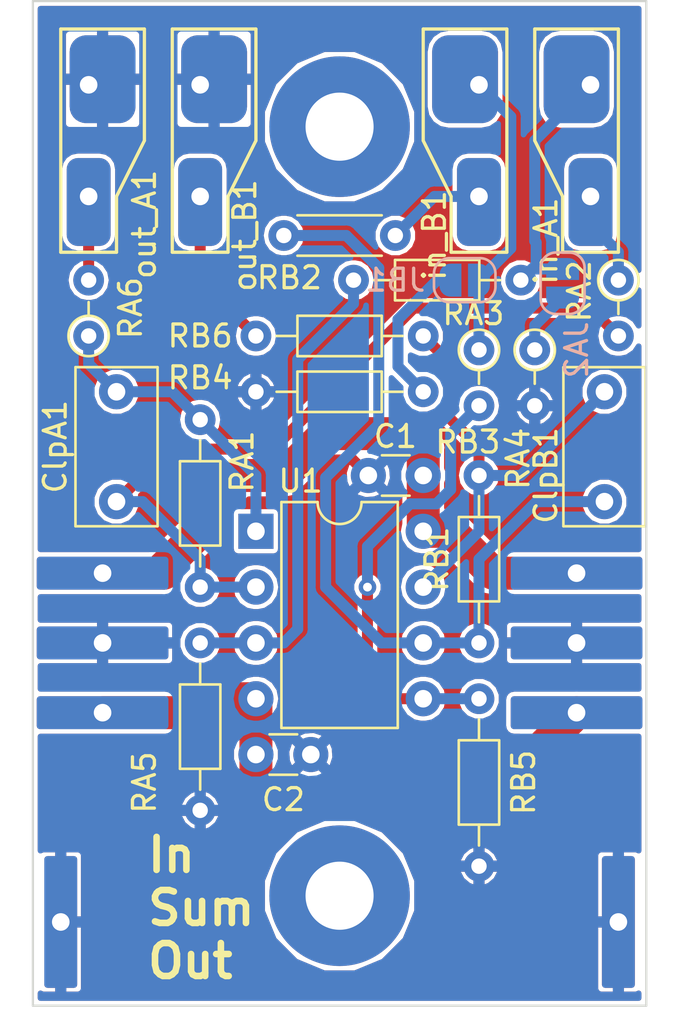
<source format=kicad_pcb>
(kicad_pcb (version 20171130) (host pcbnew 5.0.2-bee76a0~70~ubuntu16.04.1)

  (general
    (thickness 1.6)
    (drawings 5)
    (tracks 100)
    (zones 0)
    (modules 33)
    (nets 18)
  )

  (page A4)
  (layers
    (0 F.Cu signal)
    (31 B.Cu signal)
    (32 B.Adhes user)
    (33 F.Adhes user)
    (34 B.Paste user)
    (35 F.Paste user)
    (36 B.SilkS user)
    (37 F.SilkS user)
    (38 B.Mask user)
    (39 F.Mask user)
    (40 Dwgs.User user)
    (41 Cmts.User user)
    (42 Eco1.User user)
    (43 Eco2.User user)
    (44 Edge.Cuts user)
    (45 Margin user)
    (46 B.CrtYd user)
    (47 F.CrtYd user)
    (48 B.Fab user)
    (49 F.Fab user)
  )

  (setup
    (last_trace_width 0.5)
    (trace_clearance 0.2)
    (zone_clearance 0.169333)
    (zone_45_only no)
    (trace_min 0.2)
    (segment_width 0.2)
    (edge_width 0.1)
    (via_size 0.8)
    (via_drill 0.4)
    (via_min_size 0.4)
    (via_min_drill 0.3)
    (uvia_size 0.3)
    (uvia_drill 0.1)
    (uvias_allowed no)
    (uvia_min_size 0.2)
    (uvia_min_drill 0.1)
    (pcb_text_width 0.3)
    (pcb_text_size 1.5 1.5)
    (mod_edge_width 0.15)
    (mod_text_size 1 1)
    (mod_text_width 0.15)
    (pad_size 1.4 1.4)
    (pad_drill 0.7)
    (pad_to_mask_clearance 0)
    (solder_mask_min_width 0.25)
    (aux_axis_origin 0 0)
    (visible_elements FFFDFF7F)
    (pcbplotparams
      (layerselection 0x010f0_ffffffff)
      (usegerberextensions false)
      (usegerberattributes true)
      (usegerberadvancedattributes false)
      (creategerberjobfile false)
      (excludeedgelayer false)
      (linewidth 0.100000)
      (plotframeref false)
      (viasonmask false)
      (mode 1)
      (useauxorigin false)
      (hpglpennumber 1)
      (hpglpenspeed 20)
      (hpglpendiameter 15.000000)
      (psnegative false)
      (psa4output false)
      (plotreference true)
      (plotvalue true)
      (plotinvisibletext false)
      (padsonsilk true)
      (subtractmaskfromsilk false)
      (outputformat 1)
      (mirror false)
      (drillshape 0)
      (scaleselection 1)
      (outputdirectory "plots/"))
  )

  (net 0 "")
  (net 1 GNDA)
  (net 2 inA-)
  (net 3 inA+)
  (net 4 inB+)
  (net 5 inB-)
  (net 6 outB)
  (net 7 outA)
  (net 8 +15V)
  (net 9 -15V)
  (net 10 "Net-(ClpA1-Pad2)")
  (net 11 "Net-(ClpA1-Pad1)")
  (net 12 "Net-(ClpB1-Pad1)")
  (net 13 "Net-(ClpB1-Pad2)")
  (net 14 "Net-(JA2-Pad2)")
  (net 15 "Net-(JB1-Pad2)")
  (net 16 "Net-(RA3-Pad2)")
  (net 17 "Net-(RB3-Pad2)")

  (net_class Default "This is the default net class."
    (clearance 0.2)
    (trace_width 0.5)
    (via_dia 0.8)
    (via_drill 0.4)
    (uvia_dia 0.3)
    (uvia_drill 0.1)
    (add_net +15V)
    (add_net -15V)
    (add_net GNDA)
    (add_net "Net-(ClpA1-Pad1)")
    (add_net "Net-(ClpA1-Pad2)")
    (add_net "Net-(ClpB1-Pad1)")
    (add_net "Net-(ClpB1-Pad2)")
    (add_net "Net-(JA2-Pad2)")
    (add_net "Net-(JB1-Pad2)")
    (add_net "Net-(RA3-Pad2)")
    (add_net "Net-(RB3-Pad2)")
    (add_net inA+)
    (add_net inA-)
    (add_net inB+)
    (add_net inB-)
    (add_net outA)
    (add_net outB)
  )

  (module MountingHole:MountingHole_3.2mm_M3_Pad (layer F.Cu) (tedit 5CE3BF4A) (tstamp 5DB49F39)
    (at 39.37 18.415)
    (descr "Mounting Hole 3.2mm, M3")
    (tags "mounting hole 3.2mm m3")
    (attr virtual)
    (fp_text reference REF** (at 0 -4.2) (layer F.SilkS) hide
      (effects (font (size 1 1) (thickness 0.15)))
    )
    (fp_text value MountingHole_3.2mm_M3_Pad (at 0 4.2) (layer F.Fab)
      (effects (font (size 1 1) (thickness 0.15)))
    )
    (fp_circle (center 0 0) (end 3.45 0) (layer F.CrtYd) (width 0.05))
    (fp_circle (center 0 0) (end 3.2 0) (layer Cmts.User) (width 0.15))
    (fp_text user %R (at 0.3 0) (layer F.Fab)
      (effects (font (size 1 1) (thickness 0.15)))
    )
    (pad 1 thru_hole circle (at 0 0) (size 6.4 6.4) (drill 3.1) (layers *.Cu *.Mask))
  )

  (module MountingHole:MountingHole_3.2mm_M3_Pad (layer F.Cu) (tedit 5CE3BF4F) (tstamp 5CBFFFFE)
    (at 39.37 53.34)
    (descr "Mounting Hole 3.2mm, M3")
    (tags "mounting hole 3.2mm m3")
    (attr virtual)
    (fp_text reference REF** (at 0 -4.2) (layer F.SilkS) hide
      (effects (font (size 1 1) (thickness 0.15)))
    )
    (fp_text value MountingHole_3.2mm_M3_Pad (at 0 4.2) (layer F.Fab)
      (effects (font (size 1 1) (thickness 0.15)))
    )
    (fp_circle (center 0 0) (end 3.45 0) (layer F.CrtYd) (width 0.05))
    (fp_circle (center 0 0) (end 3.2 0) (layer Cmts.User) (width 0.15))
    (fp_text user %R (at 0.3 0) (layer F.Fab)
      (effects (font (size 1 1) (thickness 0.15)))
    )
    (pad 1 thru_hole circle (at 0 0.075) (size 6.4 6.4) (drill 3.1) (layers *.Cu *.Mask))
  )

  (module Capacitor_THT:C_Disc_D3.0mm_W1.6mm_P2.50mm (layer F.Cu) (tedit 5AE50EF0) (tstamp 5DB47731)
    (at 43.18 34.29 180)
    (descr "C, Disc series, Radial, pin pitch=2.50mm, , diameter*width=3.0*1.6mm^2, Capacitor, http://www.vishay.com/docs/45233/krseries.pdf")
    (tags "C Disc series Radial pin pitch 2.50mm  diameter 3.0mm width 1.6mm Capacitor")
    (path /5C54CB2B)
    (fp_text reference C1 (at 1.27 1.778 180) (layer F.SilkS)
      (effects (font (size 1 1) (thickness 0.15)))
    )
    (fp_text value 100n (at 1.25 2.05 180) (layer F.Fab)
      (effects (font (size 1 1) (thickness 0.15)))
    )
    (fp_line (start -0.25 -0.8) (end -0.25 0.8) (layer F.Fab) (width 0.1))
    (fp_line (start -0.25 0.8) (end 2.75 0.8) (layer F.Fab) (width 0.1))
    (fp_line (start 2.75 0.8) (end 2.75 -0.8) (layer F.Fab) (width 0.1))
    (fp_line (start 2.75 -0.8) (end -0.25 -0.8) (layer F.Fab) (width 0.1))
    (fp_line (start 0.621 -0.92) (end 1.879 -0.92) (layer F.SilkS) (width 0.12))
    (fp_line (start 0.621 0.92) (end 1.879 0.92) (layer F.SilkS) (width 0.12))
    (fp_line (start -1.05 -1.05) (end -1.05 1.05) (layer F.CrtYd) (width 0.05))
    (fp_line (start -1.05 1.05) (end 3.55 1.05) (layer F.CrtYd) (width 0.05))
    (fp_line (start 3.55 1.05) (end 3.55 -1.05) (layer F.CrtYd) (width 0.05))
    (fp_line (start 3.55 -1.05) (end -1.05 -1.05) (layer F.CrtYd) (width 0.05))
    (fp_text user %R (at 1.25 0 180) (layer F.Fab)
      (effects (font (size 0.6 0.6) (thickness 0.09)))
    )
    (pad 1 thru_hole circle (at 0 0 180) (size 1.6 1.6) (drill 0.8) (layers *.Cu *.Mask)
      (net 8 +15V))
    (pad 2 thru_hole circle (at 2.5 0 180) (size 1.6 1.6) (drill 0.8) (layers *.Cu *.Mask)
      (net 1 GNDA))
    (model ${KISYS3DMOD}/Capacitor_THT.3dshapes/C_Disc_D3.0mm_W1.6mm_P2.50mm.wrl
      (at (xyz 0 0 0))
      (scale (xyz 1 1 1))
      (rotate (xyz 0 0 0))
    )
  )

  (module Capacitor_THT:C_Disc_D3.0mm_W1.6mm_P2.50mm (layer F.Cu) (tedit 5AE50EF0) (tstamp 5DB47761)
    (at 38.06 46.99 180)
    (descr "C, Disc series, Radial, pin pitch=2.50mm, , diameter*width=3.0*1.6mm^2, Capacitor, http://www.vishay.com/docs/45233/krseries.pdf")
    (tags "C Disc series Radial pin pitch 2.50mm  diameter 3.0mm width 1.6mm Capacitor")
    (path /5C54CB3A)
    (fp_text reference C2 (at 1.25 -2.05 180) (layer F.SilkS)
      (effects (font (size 1 1) (thickness 0.15)))
    )
    (fp_text value 100n (at 1.25 2.05 180) (layer F.Fab)
      (effects (font (size 1 1) (thickness 0.15)))
    )
    (fp_text user %R (at 1.25 0 180) (layer F.Fab)
      (effects (font (size 0.6 0.6) (thickness 0.09)))
    )
    (fp_line (start 3.55 -1.05) (end -1.05 -1.05) (layer F.CrtYd) (width 0.05))
    (fp_line (start 3.55 1.05) (end 3.55 -1.05) (layer F.CrtYd) (width 0.05))
    (fp_line (start -1.05 1.05) (end 3.55 1.05) (layer F.CrtYd) (width 0.05))
    (fp_line (start -1.05 -1.05) (end -1.05 1.05) (layer F.CrtYd) (width 0.05))
    (fp_line (start 0.621 0.92) (end 1.879 0.92) (layer F.SilkS) (width 0.12))
    (fp_line (start 0.621 -0.92) (end 1.879 -0.92) (layer F.SilkS) (width 0.12))
    (fp_line (start 2.75 -0.8) (end -0.25 -0.8) (layer F.Fab) (width 0.1))
    (fp_line (start 2.75 0.8) (end 2.75 -0.8) (layer F.Fab) (width 0.1))
    (fp_line (start -0.25 0.8) (end 2.75 0.8) (layer F.Fab) (width 0.1))
    (fp_line (start -0.25 -0.8) (end -0.25 0.8) (layer F.Fab) (width 0.1))
    (pad 2 thru_hole circle (at 2.5 0 180) (size 1.6 1.6) (drill 0.8) (layers *.Cu *.Mask)
      (net 9 -15V))
    (pad 1 thru_hole circle (at 0 0 180) (size 1.6 1.6) (drill 0.8) (layers *.Cu *.Mask)
      (net 1 GNDA))
    (model ${KISYS3DMOD}/Capacitor_THT.3dshapes/C_Disc_D3.0mm_W1.6mm_P2.50mm.wrl
      (at (xyz 0 0 0))
      (scale (xyz 1 1 1))
      (rotate (xyz 0 0 0))
    )
  )

  (module Capacitor_THT:C_Rect_L7.0mm_W3.5mm_P5.00mm (layer F.Cu) (tedit 5AE50EF0) (tstamp 5DB49B0C)
    (at 29.21 30.48 270)
    (descr "C, Rect series, Radial, pin pitch=5.00mm, , length*width=7*3.5mm^2, Capacitor")
    (tags "C Rect series Radial pin pitch 5.00mm  length 7mm width 3.5mm Capacitor")
    (path /5CA42A5F)
    (fp_text reference ClpA1 (at 2.5 2.794 270) (layer F.SilkS)
      (effects (font (size 1 1) (thickness 0.15)))
    )
    (fp_text value 330p (at 2.5 3 270) (layer F.Fab)
      (effects (font (size 1 1) (thickness 0.15)))
    )
    (fp_text user %R (at 2.5 0 270) (layer F.Fab)
      (effects (font (size 1 1) (thickness 0.15)))
    )
    (fp_line (start 6.25 -2) (end -1.25 -2) (layer F.CrtYd) (width 0.05))
    (fp_line (start 6.25 2) (end 6.25 -2) (layer F.CrtYd) (width 0.05))
    (fp_line (start -1.25 2) (end 6.25 2) (layer F.CrtYd) (width 0.05))
    (fp_line (start -1.25 -2) (end -1.25 2) (layer F.CrtYd) (width 0.05))
    (fp_line (start 6.12 -1.87) (end 6.12 1.87) (layer F.SilkS) (width 0.12))
    (fp_line (start -1.12 -1.87) (end -1.12 1.87) (layer F.SilkS) (width 0.12))
    (fp_line (start -1.12 1.87) (end 6.12 1.87) (layer F.SilkS) (width 0.12))
    (fp_line (start -1.12 -1.87) (end 6.12 -1.87) (layer F.SilkS) (width 0.12))
    (fp_line (start 6 -1.75) (end -1 -1.75) (layer F.Fab) (width 0.1))
    (fp_line (start 6 1.75) (end 6 -1.75) (layer F.Fab) (width 0.1))
    (fp_line (start -1 1.75) (end 6 1.75) (layer F.Fab) (width 0.1))
    (fp_line (start -1 -1.75) (end -1 1.75) (layer F.Fab) (width 0.1))
    (pad 2 thru_hole circle (at 5 0 270) (size 1.6 1.6) (drill 0.8) (layers *.Cu *.Mask)
      (net 10 "Net-(ClpA1-Pad2)"))
    (pad 1 thru_hole circle (at 0 0 270) (size 1.6 1.6) (drill 0.8) (layers *.Cu *.Mask)
      (net 11 "Net-(ClpA1-Pad1)"))
    (model ${KISYS3DMOD}/Capacitor_THT.3dshapes/C_Rect_L7.0mm_W3.5mm_P5.00mm.wrl
      (at (xyz 0 0 0))
      (scale (xyz 1 1 1))
      (rotate (xyz 0 0 0))
    )
  )

  (module Capacitor_THT:C_Rect_L7.0mm_W3.5mm_P5.00mm (layer F.Cu) (tedit 5AE50EF0) (tstamp 5DB47C58)
    (at 51.435 30.48 270)
    (descr "C, Rect series, Radial, pin pitch=5.00mm, , length*width=7*3.5mm^2, Capacitor")
    (tags "C Rect series Radial pin pitch 5.00mm  length 7mm width 3.5mm Capacitor")
    (path /5CA46ED4)
    (fp_text reference ClpB1 (at 3.81 2.667 90) (layer F.SilkS)
      (effects (font (size 1 1) (thickness 0.15)))
    )
    (fp_text value 330p (at 2.5 3 270) (layer F.Fab)
      (effects (font (size 1 1) (thickness 0.15)))
    )
    (fp_line (start -1 -1.75) (end -1 1.75) (layer F.Fab) (width 0.1))
    (fp_line (start -1 1.75) (end 6 1.75) (layer F.Fab) (width 0.1))
    (fp_line (start 6 1.75) (end 6 -1.75) (layer F.Fab) (width 0.1))
    (fp_line (start 6 -1.75) (end -1 -1.75) (layer F.Fab) (width 0.1))
    (fp_line (start -1.12 -1.87) (end 6.12 -1.87) (layer F.SilkS) (width 0.12))
    (fp_line (start -1.12 1.87) (end 6.12 1.87) (layer F.SilkS) (width 0.12))
    (fp_line (start -1.12 -1.87) (end -1.12 1.87) (layer F.SilkS) (width 0.12))
    (fp_line (start 6.12 -1.87) (end 6.12 1.87) (layer F.SilkS) (width 0.12))
    (fp_line (start -1.25 -2) (end -1.25 2) (layer F.CrtYd) (width 0.05))
    (fp_line (start -1.25 2) (end 6.25 2) (layer F.CrtYd) (width 0.05))
    (fp_line (start 6.25 2) (end 6.25 -2) (layer F.CrtYd) (width 0.05))
    (fp_line (start 6.25 -2) (end -1.25 -2) (layer F.CrtYd) (width 0.05))
    (fp_text user %R (at 2.5 0 270) (layer F.Fab)
      (effects (font (size 1 1) (thickness 0.15)))
    )
    (pad 1 thru_hole circle (at 0 0 270) (size 1.6 1.6) (drill 0.8) (layers *.Cu *.Mask)
      (net 12 "Net-(ClpB1-Pad1)"))
    (pad 2 thru_hole circle (at 5 0 270) (size 1.6 1.6) (drill 0.8) (layers *.Cu *.Mask)
      (net 13 "Net-(ClpB1-Pad2)"))
    (model ${KISYS3DMOD}/Capacitor_THT.3dshapes/C_Rect_L7.0mm_W3.5mm_P5.00mm.wrl
      (at (xyz 0 0 0))
      (scale (xyz 1 1 1))
      (rotate (xyz 0 0 0))
    )
  )

  (module footprints:coax_solder_pad_flipped (layer F.Cu) (tedit 5CD00DB1) (tstamp 5DB45F5C)
    (at 50.8 16.51 270)
    (path /5DB4907B)
    (fp_text reference in_A1 (at 7.112 2.032 270) (layer F.SilkS)
      (effects (font (size 1 1) (thickness 0.15)))
    )
    (fp_text value Conn_01x02 (at 3.57 -3.57 270) (layer F.Fab)
      (effects (font (size 1 1) (thickness 0.15)))
    )
    (fp_line (start -2.54 2.54) (end 2.54 2.54) (layer F.SilkS) (width 0.15))
    (fp_line (start 2.54 2.54) (end 5.08 1.27) (layer F.SilkS) (width 0.15))
    (fp_line (start 5.08 1.27) (end 7.62 1.27) (layer F.SilkS) (width 0.15))
    (fp_line (start 7.62 1.27) (end 7.62 -1.27) (layer F.SilkS) (width 0.15))
    (fp_line (start 7.62 -1.27) (end -2.54 -1.27) (layer F.SilkS) (width 0.15))
    (fp_line (start -2.54 -1.27) (end -2.54 2.54) (layer F.SilkS) (width 0.15))
    (pad 1 thru_hole roundrect (at 0 0 90) (size 4 3) (drill 0.8 (offset 0.254 -0.635)) (layers *.Cu *.Mask) (roundrect_rratio 0.25)
      (net 3 inA+))
    (pad 2 thru_hole roundrect (at 5.08 0 90) (size 4 2) (drill 0.8 (offset -0.254 0)) (layers *.Cu *.Mask) (roundrect_rratio 0.25)
      (net 2 inA-))
  )

  (module footprints:coax_solder_pad_flipped (layer F.Cu) (tedit 5CD00DB1) (tstamp 5DB4A050)
    (at 45.72 16.51 270)
    (path /5DB5F0AA)
    (fp_text reference in_B1 (at 6.858 2.032 270) (layer F.SilkS)
      (effects (font (size 1 1) (thickness 0.15)))
    )
    (fp_text value Conn_01x02 (at 3.57 -3.57 270) (layer F.Fab)
      (effects (font (size 1 1) (thickness 0.15)))
    )
    (fp_line (start -2.54 -1.27) (end -2.54 2.54) (layer F.SilkS) (width 0.15))
    (fp_line (start 7.62 -1.27) (end -2.54 -1.27) (layer F.SilkS) (width 0.15))
    (fp_line (start 7.62 1.27) (end 7.62 -1.27) (layer F.SilkS) (width 0.15))
    (fp_line (start 5.08 1.27) (end 7.62 1.27) (layer F.SilkS) (width 0.15))
    (fp_line (start 2.54 2.54) (end 5.08 1.27) (layer F.SilkS) (width 0.15))
    (fp_line (start -2.54 2.54) (end 2.54 2.54) (layer F.SilkS) (width 0.15))
    (pad 2 thru_hole roundrect (at 5.08 0 90) (size 4 2) (drill 0.8 (offset -0.254 0)) (layers *.Cu *.Mask) (roundrect_rratio 0.25)
      (net 5 inB-))
    (pad 1 thru_hole roundrect (at 0 0 90) (size 4 3) (drill 0.8 (offset 0.254 -0.635)) (layers *.Cu *.Mask) (roundrect_rratio 0.25)
      (net 4 inB+))
  )

  (module footprints:edge_solderstrip_th (layer F.Cu) (tedit 5DB46A04) (tstamp 5DB45F69)
    (at 26.67 54.61 90)
    (path /5DB902E7)
    (fp_text reference J1 (at 0 1.27 90) (layer F.SilkS) hide
      (effects (font (size 1 1) (thickness 0.15)))
    )
    (fp_text value Conn_01x01 (at 0 -1.785 90) (layer F.Fab)
      (effects (font (size 1 1) (thickness 0.15)))
    )
    (pad 1 thru_hole roundrect (at 0 0 90) (size 6 1.5) (drill 0.8) (layers *.Cu *.Mask) (roundrect_rratio 0.1)
      (net 1 GNDA))
  )

  (module Jumper:SolderJumper-2_P1.3mm_Open_RoundedPad1.0x1.5mm (layer B.Cu) (tedit 5B391E66) (tstamp 5DB45F9A)
    (at 49.53 25.542 270)
    (descr "SMD Solder Jumper, 1x1.5mm, rounded Pads, 0.3mm gap, open")
    (tags "solder jumper open")
    (path /5C54CACC)
    (attr virtual)
    (fp_text reference JA2 (at 3.033 -0.635 270) (layer B.SilkS)
      (effects (font (size 1 1) (thickness 0.15)) (justify mirror))
    )
    (fp_text value Jumper (at 0 -1.9 270) (layer B.Fab)
      (effects (font (size 1 1) (thickness 0.15)) (justify mirror))
    )
    (fp_line (start 1.65 -1.25) (end -1.65 -1.25) (layer B.CrtYd) (width 0.05))
    (fp_line (start 1.65 -1.25) (end 1.65 1.25) (layer B.CrtYd) (width 0.05))
    (fp_line (start -1.65 1.25) (end -1.65 -1.25) (layer B.CrtYd) (width 0.05))
    (fp_line (start -1.65 1.25) (end 1.65 1.25) (layer B.CrtYd) (width 0.05))
    (fp_line (start -0.7 1) (end 0.7 1) (layer B.SilkS) (width 0.12))
    (fp_line (start 1.4 0.3) (end 1.4 -0.3) (layer B.SilkS) (width 0.12))
    (fp_line (start 0.7 -1) (end -0.7 -1) (layer B.SilkS) (width 0.12))
    (fp_line (start -1.4 -0.3) (end -1.4 0.3) (layer B.SilkS) (width 0.12))
    (fp_arc (start -0.7 0.3) (end -0.7 1) (angle 90) (layer B.SilkS) (width 0.12))
    (fp_arc (start -0.7 -0.3) (end -1.4 -0.3) (angle 90) (layer B.SilkS) (width 0.12))
    (fp_arc (start 0.7 -0.3) (end 0.7 -1) (angle 90) (layer B.SilkS) (width 0.12))
    (fp_arc (start 0.7 0.3) (end 1.4 0.3) (angle 90) (layer B.SilkS) (width 0.12))
    (pad 2 smd custom (at 0.65 0 270) (size 1 0.5) (layers B.Cu B.Mask)
      (net 14 "Net-(JA2-Pad2)") (zone_connect 0)
      (options (clearance outline) (anchor rect))
      (primitives
        (gr_circle (center 0 -0.25) (end 0.5 -0.25) (width 0))
        (gr_circle (center 0 0.25) (end 0.5 0.25) (width 0))
        (gr_poly (pts
           (xy 0 0.75) (xy -0.5 0.75) (xy -0.5 -0.75) (xy 0 -0.75)) (width 0))
      ))
    (pad 1 smd custom (at -0.65 0 270) (size 1 0.5) (layers B.Cu B.Mask)
      (net 3 inA+) (zone_connect 0)
      (options (clearance outline) (anchor rect))
      (primitives
        (gr_circle (center 0 -0.25) (end 0.5 -0.25) (width 0))
        (gr_circle (center 0 0.25) (end 0.5 0.25) (width 0))
        (gr_poly (pts
           (xy 0 0.75) (xy 0.5 0.75) (xy 0.5 -0.75) (xy 0 -0.75)) (width 0))
      ))
  )

  (module Jumper:SolderJumper-2_P1.3mm_Open_RoundedPad1.0x1.5mm (layer B.Cu) (tedit 5B391E66) (tstamp 5DB45FAC)
    (at 45.07 25.4 180)
    (descr "SMD Solder Jumper, 1x1.5mm, rounded Pads, 0.3mm gap, open")
    (tags "solder jumper open")
    (path /5C54CB0B)
    (attr virtual)
    (fp_text reference JB1 (at 3.16 0 180) (layer B.SilkS)
      (effects (font (size 1 1) (thickness 0.15)) (justify mirror))
    )
    (fp_text value Jumper (at 0 -1.9 180) (layer B.Fab)
      (effects (font (size 1 1) (thickness 0.15)) (justify mirror))
    )
    (fp_arc (start 0.7 0.3) (end 1.4 0.3) (angle 90) (layer B.SilkS) (width 0.12))
    (fp_arc (start 0.7 -0.3) (end 0.7 -1) (angle 90) (layer B.SilkS) (width 0.12))
    (fp_arc (start -0.7 -0.3) (end -1.4 -0.3) (angle 90) (layer B.SilkS) (width 0.12))
    (fp_arc (start -0.7 0.3) (end -0.7 1) (angle 90) (layer B.SilkS) (width 0.12))
    (fp_line (start -1.4 -0.3) (end -1.4 0.3) (layer B.SilkS) (width 0.12))
    (fp_line (start 0.7 -1) (end -0.7 -1) (layer B.SilkS) (width 0.12))
    (fp_line (start 1.4 0.3) (end 1.4 -0.3) (layer B.SilkS) (width 0.12))
    (fp_line (start -0.7 1) (end 0.7 1) (layer B.SilkS) (width 0.12))
    (fp_line (start -1.65 1.25) (end 1.65 1.25) (layer B.CrtYd) (width 0.05))
    (fp_line (start -1.65 1.25) (end -1.65 -1.25) (layer B.CrtYd) (width 0.05))
    (fp_line (start 1.65 -1.25) (end 1.65 1.25) (layer B.CrtYd) (width 0.05))
    (fp_line (start 1.65 -1.25) (end -1.65 -1.25) (layer B.CrtYd) (width 0.05))
    (pad 1 smd custom (at -0.65 0 180) (size 1 0.5) (layers B.Cu B.Mask)
      (net 4 inB+) (zone_connect 0)
      (options (clearance outline) (anchor rect))
      (primitives
        (gr_circle (center 0 -0.25) (end 0.5 -0.25) (width 0))
        (gr_circle (center 0 0.25) (end 0.5 0.25) (width 0))
        (gr_poly (pts
           (xy 0 0.75) (xy 0.5 0.75) (xy 0.5 -0.75) (xy 0 -0.75)) (width 0))
      ))
    (pad 2 smd custom (at 0.65 0 180) (size 1 0.5) (layers B.Cu B.Mask)
      (net 15 "Net-(JB1-Pad2)") (zone_connect 0)
      (options (clearance outline) (anchor rect))
      (primitives
        (gr_circle (center 0 -0.25) (end 0.5 -0.25) (width 0))
        (gr_circle (center 0 0.25) (end 0.5 0.25) (width 0))
        (gr_poly (pts
           (xy 0 0.75) (xy -0.5 0.75) (xy -0.5 -0.75) (xy 0 -0.75)) (width 0))
      ))
  )

  (module footprints:coax_solder_pad (layer F.Cu) (tedit 5CB1CA80) (tstamp 5DB468A4)
    (at 27.94 16.51 270)
    (path /5DB7682D)
    (fp_text reference out_A1 (at 6.35 -2.54 270) (layer F.SilkS)
      (effects (font (size 1 1) (thickness 0.15)))
    )
    (fp_text value Conn_01x02 (at 3.81 -3.81 270) (layer F.Fab)
      (effects (font (size 1 1) (thickness 0.15)))
    )
    (fp_line (start -2.54 1.27) (end -2.54 -2.54) (layer F.SilkS) (width 0.15))
    (fp_line (start 7.62 1.27) (end -2.54 1.27) (layer F.SilkS) (width 0.15))
    (fp_line (start 7.62 -1.27) (end 7.62 1.27) (layer F.SilkS) (width 0.15))
    (fp_line (start 5.08 -1.27) (end 7.62 -1.27) (layer F.SilkS) (width 0.15))
    (fp_line (start 2.54 -2.54) (end 5.08 -1.27) (layer F.SilkS) (width 0.15))
    (fp_line (start -2.54 -2.54) (end 2.54 -2.54) (layer F.SilkS) (width 0.15))
    (pad 2 thru_hole roundrect (at 5.08 0 270) (size 4 2) (drill 0.8 (offset 0.254 0)) (layers *.Cu *.Mask) (roundrect_rratio 0.25)
      (net 7 outA))
    (pad 1 thru_hole roundrect (at 0 0 270) (size 4 3) (drill 0.8 (offset -0.254 -0.635)) (layers *.Cu *.Mask) (roundrect_rratio 0.25)
      (net 1 GNDA))
  )

  (module footprints:coax_solder_pad (layer F.Cu) (tedit 5CB1CA80) (tstamp 5DB49C15)
    (at 33.02 16.51 270)
    (path /5DB6E651)
    (fp_text reference out_B1 (at 6.858 -2.032 270) (layer F.SilkS)
      (effects (font (size 1 1) (thickness 0.15)))
    )
    (fp_text value Conn_01x02 (at 3.81 -3.81 270) (layer F.Fab)
      (effects (font (size 1 1) (thickness 0.15)))
    )
    (fp_line (start -2.54 -2.54) (end 2.54 -2.54) (layer F.SilkS) (width 0.15))
    (fp_line (start 2.54 -2.54) (end 5.08 -1.27) (layer F.SilkS) (width 0.15))
    (fp_line (start 5.08 -1.27) (end 7.62 -1.27) (layer F.SilkS) (width 0.15))
    (fp_line (start 7.62 -1.27) (end 7.62 1.27) (layer F.SilkS) (width 0.15))
    (fp_line (start 7.62 1.27) (end -2.54 1.27) (layer F.SilkS) (width 0.15))
    (fp_line (start -2.54 1.27) (end -2.54 -2.54) (layer F.SilkS) (width 0.15))
    (pad 1 thru_hole roundrect (at 0 0 270) (size 4 3) (drill 0.8 (offset -0.254 -0.635)) (layers *.Cu *.Mask) (roundrect_rratio 0.25)
      (net 1 GNDA))
    (pad 2 thru_hole roundrect (at 5.08 0 270) (size 4 2) (drill 0.8 (offset 0.254 0)) (layers *.Cu *.Mask) (roundrect_rratio 0.25)
      (net 6 outB))
  )

  (module Resistor_THT:R_Axial_DIN0204_L3.6mm_D1.6mm_P7.62mm_Horizontal (layer F.Cu) (tedit 5AE5139B) (tstamp 5DB49A21)
    (at 33.02 39.37 90)
    (descr "Resistor, Axial_DIN0204 series, Axial, Horizontal, pin pitch=7.62mm, 0.167W, length*diameter=3.6*1.6mm^2, http://cdn-reichelt.de/documents/datenblatt/B400/1_4W%23YAG.pdf")
    (tags "Resistor Axial_DIN0204 series Axial Horizontal pin pitch 7.62mm 0.167W length 3.6mm diameter 1.6mm")
    (path /5C54CA95)
    (fp_text reference RA1 (at 5.715 1.905 270) (layer F.SilkS)
      (effects (font (size 1 1) (thickness 0.15)))
    )
    (fp_text value 10k|10k|0 (at 3.81 1.92 90) (layer F.Fab)
      (effects (font (size 1 1) (thickness 0.15)))
    )
    (fp_text user %R (at 3.81 0 90) (layer F.Fab)
      (effects (font (size 0.72 0.72) (thickness 0.108)))
    )
    (fp_line (start 8.57 -1.05) (end -0.95 -1.05) (layer F.CrtYd) (width 0.05))
    (fp_line (start 8.57 1.05) (end 8.57 -1.05) (layer F.CrtYd) (width 0.05))
    (fp_line (start -0.95 1.05) (end 8.57 1.05) (layer F.CrtYd) (width 0.05))
    (fp_line (start -0.95 -1.05) (end -0.95 1.05) (layer F.CrtYd) (width 0.05))
    (fp_line (start 6.68 0) (end 5.73 0) (layer F.SilkS) (width 0.12))
    (fp_line (start 0.94 0) (end 1.89 0) (layer F.SilkS) (width 0.12))
    (fp_line (start 5.73 -0.92) (end 1.89 -0.92) (layer F.SilkS) (width 0.12))
    (fp_line (start 5.73 0.92) (end 5.73 -0.92) (layer F.SilkS) (width 0.12))
    (fp_line (start 1.89 0.92) (end 5.73 0.92) (layer F.SilkS) (width 0.12))
    (fp_line (start 1.89 -0.92) (end 1.89 0.92) (layer F.SilkS) (width 0.12))
    (fp_line (start 7.62 0) (end 5.61 0) (layer F.Fab) (width 0.1))
    (fp_line (start 0 0) (end 2.01 0) (layer F.Fab) (width 0.1))
    (fp_line (start 5.61 -0.8) (end 2.01 -0.8) (layer F.Fab) (width 0.1))
    (fp_line (start 5.61 0.8) (end 5.61 -0.8) (layer F.Fab) (width 0.1))
    (fp_line (start 2.01 0.8) (end 5.61 0.8) (layer F.Fab) (width 0.1))
    (fp_line (start 2.01 -0.8) (end 2.01 0.8) (layer F.Fab) (width 0.1))
    (pad 2 thru_hole oval (at 7.62 0 90) (size 1.4 1.4) (drill 0.7) (layers *.Cu *.Mask)
      (net 11 "Net-(ClpA1-Pad1)"))
    (pad 1 thru_hole circle (at 0 0 90) (size 1.4 1.4) (drill 0.7) (layers *.Cu *.Mask)
      (net 10 "Net-(ClpA1-Pad2)"))
    (model ${KISYS3DMOD}/Resistor_THT.3dshapes/R_Axial_DIN0204_L3.6mm_D1.6mm_P7.62mm_Horizontal.wrl
      (at (xyz 0 0 0))
      (scale (xyz 1 1 1))
      (rotate (xyz 0 0 0))
    )
  )

  (module Resistor_THT:R_Axial_DIN0204_L3.6mm_D1.6mm_P7.62mm_Horizontal (layer F.Cu) (tedit 5AE5139B) (tstamp 5DB49974)
    (at 33.02 41.91 270)
    (descr "Resistor, Axial_DIN0204 series, Axial, Horizontal, pin pitch=7.62mm, 0.167W, length*diameter=3.6*1.6mm^2, http://cdn-reichelt.de/documents/datenblatt/B400/1_4W%23YAG.pdf")
    (tags "Resistor Axial_DIN0204 series Axial Horizontal pin pitch 7.62mm 0.167W length 3.6mm diameter 1.6mm")
    (path /5C54CAAC)
    (fp_text reference RA5 (at 6.35 2.54 270) (layer F.SilkS)
      (effects (font (size 1 1) (thickness 0.15)))
    )
    (fp_text value 10k|open|open (at 3.81 1.92 270) (layer F.Fab)
      (effects (font (size 1 1) (thickness 0.15)))
    )
    (fp_text user %R (at 3.81 0 270) (layer F.Fab)
      (effects (font (size 0.72 0.72) (thickness 0.108)))
    )
    (fp_line (start 8.57 -1.05) (end -0.95 -1.05) (layer F.CrtYd) (width 0.05))
    (fp_line (start 8.57 1.05) (end 8.57 -1.05) (layer F.CrtYd) (width 0.05))
    (fp_line (start -0.95 1.05) (end 8.57 1.05) (layer F.CrtYd) (width 0.05))
    (fp_line (start -0.95 -1.05) (end -0.95 1.05) (layer F.CrtYd) (width 0.05))
    (fp_line (start 6.68 0) (end 5.73 0) (layer F.SilkS) (width 0.12))
    (fp_line (start 0.94 0) (end 1.89 0) (layer F.SilkS) (width 0.12))
    (fp_line (start 5.73 -0.92) (end 1.89 -0.92) (layer F.SilkS) (width 0.12))
    (fp_line (start 5.73 0.92) (end 5.73 -0.92) (layer F.SilkS) (width 0.12))
    (fp_line (start 1.89 0.92) (end 5.73 0.92) (layer F.SilkS) (width 0.12))
    (fp_line (start 1.89 -0.92) (end 1.89 0.92) (layer F.SilkS) (width 0.12))
    (fp_line (start 7.62 0) (end 5.61 0) (layer F.Fab) (width 0.1))
    (fp_line (start 0 0) (end 2.01 0) (layer F.Fab) (width 0.1))
    (fp_line (start 5.61 -0.8) (end 2.01 -0.8) (layer F.Fab) (width 0.1))
    (fp_line (start 5.61 0.8) (end 5.61 -0.8) (layer F.Fab) (width 0.1))
    (fp_line (start 2.01 0.8) (end 5.61 0.8) (layer F.Fab) (width 0.1))
    (fp_line (start 2.01 -0.8) (end 2.01 0.8) (layer F.Fab) (width 0.1))
    (pad 2 thru_hole oval (at 7.62 0 270) (size 1.4 1.4) (drill 0.7) (layers *.Cu *.Mask)
      (net 1 GNDA))
    (pad 1 thru_hole circle (at 0 0 270) (size 1.4 1.4) (drill 0.7) (layers *.Cu *.Mask)
      (net 16 "Net-(RA3-Pad2)"))
    (model ${KISYS3DMOD}/Resistor_THT.3dshapes/R_Axial_DIN0204_L3.6mm_D1.6mm_P7.62mm_Horizontal.wrl
      (at (xyz 0 0 0))
      (scale (xyz 1 1 1))
      (rotate (xyz 0 0 0))
    )
  )

  (module Resistor_THT:R_Axial_DIN0204_L3.6mm_D1.6mm_P7.62mm_Horizontal (layer F.Cu) (tedit 5AE5139B) (tstamp 5DB475D5)
    (at 45.72 41.91 90)
    (descr "Resistor, Axial_DIN0204 series, Axial, Horizontal, pin pitch=7.62mm, 0.167W, length*diameter=3.6*1.6mm^2, http://cdn-reichelt.de/documents/datenblatt/B400/1_4W%23YAG.pdf")
    (tags "Resistor Axial_DIN0204 series Axial Horizontal pin pitch 7.62mm 0.167W length 3.6mm diameter 1.6mm")
    (path /5C54CB19)
    (fp_text reference RB1 (at 3.81 -1.92 90) (layer F.SilkS)
      (effects (font (size 1 1) (thickness 0.15)))
    )
    (fp_text value 10k|10k|0 (at 3.81 1.92 90) (layer F.Fab)
      (effects (font (size 1 1) (thickness 0.15)))
    )
    (fp_text user %R (at 3.81 0 90) (layer F.Fab)
      (effects (font (size 0.72 0.72) (thickness 0.108)))
    )
    (fp_line (start 8.57 -1.05) (end -0.95 -1.05) (layer F.CrtYd) (width 0.05))
    (fp_line (start 8.57 1.05) (end 8.57 -1.05) (layer F.CrtYd) (width 0.05))
    (fp_line (start -0.95 1.05) (end 8.57 1.05) (layer F.CrtYd) (width 0.05))
    (fp_line (start -0.95 -1.05) (end -0.95 1.05) (layer F.CrtYd) (width 0.05))
    (fp_line (start 6.68 0) (end 5.73 0) (layer F.SilkS) (width 0.12))
    (fp_line (start 0.94 0) (end 1.89 0) (layer F.SilkS) (width 0.12))
    (fp_line (start 5.73 -0.92) (end 1.89 -0.92) (layer F.SilkS) (width 0.12))
    (fp_line (start 5.73 0.92) (end 5.73 -0.92) (layer F.SilkS) (width 0.12))
    (fp_line (start 1.89 0.92) (end 5.73 0.92) (layer F.SilkS) (width 0.12))
    (fp_line (start 1.89 -0.92) (end 1.89 0.92) (layer F.SilkS) (width 0.12))
    (fp_line (start 7.62 0) (end 5.61 0) (layer F.Fab) (width 0.1))
    (fp_line (start 0 0) (end 2.01 0) (layer F.Fab) (width 0.1))
    (fp_line (start 5.61 -0.8) (end 2.01 -0.8) (layer F.Fab) (width 0.1))
    (fp_line (start 5.61 0.8) (end 5.61 -0.8) (layer F.Fab) (width 0.1))
    (fp_line (start 2.01 0.8) (end 5.61 0.8) (layer F.Fab) (width 0.1))
    (fp_line (start 2.01 -0.8) (end 2.01 0.8) (layer F.Fab) (width 0.1))
    (pad 2 thru_hole oval (at 7.62 0 90) (size 1.4 1.4) (drill 0.7) (layers *.Cu *.Mask)
      (net 12 "Net-(ClpB1-Pad1)"))
    (pad 1 thru_hole circle (at 0 0 90) (size 1.4 1.4) (drill 0.7) (layers *.Cu *.Mask)
      (net 13 "Net-(ClpB1-Pad2)"))
    (model ${KISYS3DMOD}/Resistor_THT.3dshapes/R_Axial_DIN0204_L3.6mm_D1.6mm_P7.62mm_Horizontal.wrl
      (at (xyz 0 0 0))
      (scale (xyz 1 1 1))
      (rotate (xyz 0 0 0))
    )
  )

  (module Resistor_THT:R_Axial_DIN0204_L3.6mm_D1.6mm_P7.62mm_Horizontal (layer F.Cu) (tedit 5AE5139B) (tstamp 5DB46CC0)
    (at 43.18 30.48 180)
    (descr "Resistor, Axial_DIN0204 series, Axial, Horizontal, pin pitch=7.62mm, 0.167W, length*diameter=3.6*1.6mm^2, http://cdn-reichelt.de/documents/datenblatt/B400/1_4W%23YAG.pdf")
    (tags "Resistor Axial_DIN0204 series Axial Horizontal pin pitch 7.62mm 0.167W length 3.6mm diameter 1.6mm")
    (path /5C54CAF8)
    (fp_text reference RB4 (at 10.16 0.635 180) (layer F.SilkS)
      (effects (font (size 1 1) (thickness 0.15)))
    )
    (fp_text value 10|0|open (at 3.81 1.92 180) (layer F.Fab)
      (effects (font (size 1 1) (thickness 0.15)))
    )
    (fp_line (start 2.01 -0.8) (end 2.01 0.8) (layer F.Fab) (width 0.1))
    (fp_line (start 2.01 0.8) (end 5.61 0.8) (layer F.Fab) (width 0.1))
    (fp_line (start 5.61 0.8) (end 5.61 -0.8) (layer F.Fab) (width 0.1))
    (fp_line (start 5.61 -0.8) (end 2.01 -0.8) (layer F.Fab) (width 0.1))
    (fp_line (start 0 0) (end 2.01 0) (layer F.Fab) (width 0.1))
    (fp_line (start 7.62 0) (end 5.61 0) (layer F.Fab) (width 0.1))
    (fp_line (start 1.89 -0.92) (end 1.89 0.92) (layer F.SilkS) (width 0.12))
    (fp_line (start 1.89 0.92) (end 5.73 0.92) (layer F.SilkS) (width 0.12))
    (fp_line (start 5.73 0.92) (end 5.73 -0.92) (layer F.SilkS) (width 0.12))
    (fp_line (start 5.73 -0.92) (end 1.89 -0.92) (layer F.SilkS) (width 0.12))
    (fp_line (start 0.94 0) (end 1.89 0) (layer F.SilkS) (width 0.12))
    (fp_line (start 6.68 0) (end 5.73 0) (layer F.SilkS) (width 0.12))
    (fp_line (start -0.95 -1.05) (end -0.95 1.05) (layer F.CrtYd) (width 0.05))
    (fp_line (start -0.95 1.05) (end 8.57 1.05) (layer F.CrtYd) (width 0.05))
    (fp_line (start 8.57 1.05) (end 8.57 -1.05) (layer F.CrtYd) (width 0.05))
    (fp_line (start 8.57 -1.05) (end -0.95 -1.05) (layer F.CrtYd) (width 0.05))
    (fp_text user %R (at 3.81 0 180) (layer F.Fab)
      (effects (font (size 0.72 0.72) (thickness 0.108)))
    )
    (pad 1 thru_hole circle (at 0 0 180) (size 1.4 1.4) (drill 0.7) (layers *.Cu *.Mask)
      (net 15 "Net-(JB1-Pad2)"))
    (pad 2 thru_hole oval (at 7.62 0 180) (size 1.4 1.4) (drill 0.7) (layers *.Cu *.Mask)
      (net 1 GNDA))
    (model ${KISYS3DMOD}/Resistor_THT.3dshapes/R_Axial_DIN0204_L3.6mm_D1.6mm_P7.62mm_Horizontal.wrl
      (at (xyz 0 0 0))
      (scale (xyz 1 1 1))
      (rotate (xyz 0 0 0))
    )
  )

  (module Resistor_THT:R_Axial_DIN0204_L3.6mm_D1.6mm_P7.62mm_Horizontal (layer F.Cu) (tedit 5AE5139B) (tstamp 5DB48990)
    (at 45.72 44.45 270)
    (descr "Resistor, Axial_DIN0204 series, Axial, Horizontal, pin pitch=7.62mm, 0.167W, length*diameter=3.6*1.6mm^2, http://cdn-reichelt.de/documents/datenblatt/B400/1_4W%23YAG.pdf")
    (tags "Resistor Axial_DIN0204 series Axial Horizontal pin pitch 7.62mm 0.167W length 3.6mm diameter 1.6mm")
    (path /5C54CAEC)
    (fp_text reference RB5 (at 3.81 -2.032 270) (layer F.SilkS)
      (effects (font (size 1 1) (thickness 0.15)))
    )
    (fp_text value 10k|open|open (at 3.81 1.92 270) (layer F.Fab)
      (effects (font (size 1 1) (thickness 0.15)))
    )
    (fp_text user %R (at 3.81 0 270) (layer F.Fab)
      (effects (font (size 0.72 0.72) (thickness 0.108)))
    )
    (fp_line (start 8.57 -1.05) (end -0.95 -1.05) (layer F.CrtYd) (width 0.05))
    (fp_line (start 8.57 1.05) (end 8.57 -1.05) (layer F.CrtYd) (width 0.05))
    (fp_line (start -0.95 1.05) (end 8.57 1.05) (layer F.CrtYd) (width 0.05))
    (fp_line (start -0.95 -1.05) (end -0.95 1.05) (layer F.CrtYd) (width 0.05))
    (fp_line (start 6.68 0) (end 5.73 0) (layer F.SilkS) (width 0.12))
    (fp_line (start 0.94 0) (end 1.89 0) (layer F.SilkS) (width 0.12))
    (fp_line (start 5.73 -0.92) (end 1.89 -0.92) (layer F.SilkS) (width 0.12))
    (fp_line (start 5.73 0.92) (end 5.73 -0.92) (layer F.SilkS) (width 0.12))
    (fp_line (start 1.89 0.92) (end 5.73 0.92) (layer F.SilkS) (width 0.12))
    (fp_line (start 1.89 -0.92) (end 1.89 0.92) (layer F.SilkS) (width 0.12))
    (fp_line (start 7.62 0) (end 5.61 0) (layer F.Fab) (width 0.1))
    (fp_line (start 0 0) (end 2.01 0) (layer F.Fab) (width 0.1))
    (fp_line (start 5.61 -0.8) (end 2.01 -0.8) (layer F.Fab) (width 0.1))
    (fp_line (start 5.61 0.8) (end 5.61 -0.8) (layer F.Fab) (width 0.1))
    (fp_line (start 2.01 0.8) (end 5.61 0.8) (layer F.Fab) (width 0.1))
    (fp_line (start 2.01 -0.8) (end 2.01 0.8) (layer F.Fab) (width 0.1))
    (pad 2 thru_hole oval (at 7.62 0 270) (size 1.4 1.4) (drill 0.7) (layers *.Cu *.Mask)
      (net 1 GNDA))
    (pad 1 thru_hole circle (at 0 0 270) (size 1.4 1.4) (drill 0.7) (layers *.Cu *.Mask)
      (net 17 "Net-(RB3-Pad2)"))
    (model ${KISYS3DMOD}/Resistor_THT.3dshapes/R_Axial_DIN0204_L3.6mm_D1.6mm_P7.62mm_Horizontal.wrl
      (at (xyz 0 0 0))
      (scale (xyz 1 1 1))
      (rotate (xyz 0 0 0))
    )
  )

  (module Package_DIP:DIP-8_W7.62mm (layer F.Cu) (tedit 5A02E8C5) (tstamp 5DB476A0)
    (at 35.56 36.83)
    (descr "8-lead though-hole mounted DIP package, row spacing 7.62 mm (300 mils)")
    (tags "THT DIP DIL PDIP 2.54mm 7.62mm 300mil")
    (path /5C54CA7D)
    (fp_text reference U1 (at 2.032 -2.286) (layer F.SilkS)
      (effects (font (size 1 1) (thickness 0.15)))
    )
    (fp_text value LM4562 (at 3.81 9.95) (layer F.Fab)
      (effects (font (size 1 1) (thickness 0.15)))
    )
    (fp_arc (start 3.81 -1.33) (end 2.81 -1.33) (angle -180) (layer F.SilkS) (width 0.12))
    (fp_line (start 1.635 -1.27) (end 6.985 -1.27) (layer F.Fab) (width 0.1))
    (fp_line (start 6.985 -1.27) (end 6.985 8.89) (layer F.Fab) (width 0.1))
    (fp_line (start 6.985 8.89) (end 0.635 8.89) (layer F.Fab) (width 0.1))
    (fp_line (start 0.635 8.89) (end 0.635 -0.27) (layer F.Fab) (width 0.1))
    (fp_line (start 0.635 -0.27) (end 1.635 -1.27) (layer F.Fab) (width 0.1))
    (fp_line (start 2.81 -1.33) (end 1.16 -1.33) (layer F.SilkS) (width 0.12))
    (fp_line (start 1.16 -1.33) (end 1.16 8.95) (layer F.SilkS) (width 0.12))
    (fp_line (start 1.16 8.95) (end 6.46 8.95) (layer F.SilkS) (width 0.12))
    (fp_line (start 6.46 8.95) (end 6.46 -1.33) (layer F.SilkS) (width 0.12))
    (fp_line (start 6.46 -1.33) (end 4.81 -1.33) (layer F.SilkS) (width 0.12))
    (fp_line (start -1.1 -1.55) (end -1.1 9.15) (layer F.CrtYd) (width 0.05))
    (fp_line (start -1.1 9.15) (end 8.7 9.15) (layer F.CrtYd) (width 0.05))
    (fp_line (start 8.7 9.15) (end 8.7 -1.55) (layer F.CrtYd) (width 0.05))
    (fp_line (start 8.7 -1.55) (end -1.1 -1.55) (layer F.CrtYd) (width 0.05))
    (fp_text user %R (at 3.81 3.81) (layer F.Fab)
      (effects (font (size 1 1) (thickness 0.15)))
    )
    (pad 1 thru_hole rect (at 0 0) (size 1.6 1.6) (drill 0.8) (layers *.Cu *.Mask)
      (net 11 "Net-(ClpA1-Pad1)"))
    (pad 5 thru_hole oval (at 7.62 7.62) (size 1.6 1.6) (drill 0.8) (layers *.Cu *.Mask)
      (net 17 "Net-(RB3-Pad2)"))
    (pad 2 thru_hole oval (at 0 2.54) (size 1.6 1.6) (drill 0.8) (layers *.Cu *.Mask)
      (net 10 "Net-(ClpA1-Pad2)"))
    (pad 6 thru_hole oval (at 7.62 5.08) (size 1.6 1.6) (drill 0.8) (layers *.Cu *.Mask)
      (net 13 "Net-(ClpB1-Pad2)"))
    (pad 3 thru_hole oval (at 0 5.08) (size 1.6 1.6) (drill 0.8) (layers *.Cu *.Mask)
      (net 16 "Net-(RA3-Pad2)"))
    (pad 7 thru_hole oval (at 7.62 2.54) (size 1.6 1.6) (drill 0.8) (layers *.Cu *.Mask)
      (net 12 "Net-(ClpB1-Pad1)"))
    (pad 4 thru_hole oval (at 0 7.62) (size 1.6 1.6) (drill 0.8) (layers *.Cu *.Mask)
      (net 9 -15V))
    (pad 8 thru_hole oval (at 7.62 0) (size 1.6 1.6) (drill 0.8) (layers *.Cu *.Mask)
      (net 8 +15V))
    (model ${KISYS3DMOD}/Package_DIP.3dshapes/DIP-8_W7.62mm.wrl
      (at (xyz 0 0 0))
      (scale (xyz 1 1 1))
      (rotate (xyz 0 0 0))
    )
  )

  (module footprints:edge_solderstrip_th (layer F.Cu) (tedit 5DB46A0A) (tstamp 5DB47D5C)
    (at 52.07 54.61 90)
    (path /5DB90363)
    (fp_text reference J2 (at 0 -1.27 90) (layer F.SilkS) hide
      (effects (font (size 1 1) (thickness 0.15)))
    )
    (fp_text value Conn_01x01 (at 0 -1.785 90) (layer F.Fab)
      (effects (font (size 1 1) (thickness 0.15)))
    )
    (pad 1 thru_hole roundrect (at 0 0 90) (size 6 1.5) (drill 0.8) (layers *.Cu *.Mask) (roundrect_rratio 0.1)
      (net 1 GNDA))
  )

  (module Resistor_THT:R_Axial_DIN0204_L3.6mm_D1.6mm_P5.08mm_Horizontal (layer F.Cu) (tedit 5AE5139B) (tstamp 5DB48475)
    (at 41.91 23.368 180)
    (descr "Resistor, Axial_DIN0204 series, Axial, Horizontal, pin pitch=5.08mm, 0.167W, length*diameter=3.6*1.6mm^2, http://cdn-reichelt.de/documents/datenblatt/B400/1_4W%23YAG.pdf")
    (tags "Resistor Axial_DIN0204 series Axial Horizontal pin pitch 5.08mm 0.167W length 3.6mm diameter 1.6mm")
    (path /5C54CAD8)
    (fp_text reference RB2 (at 4.826 -1.92 180) (layer F.SilkS)
      (effects (font (size 1 1) (thickness 0.15)))
    )
    (fp_text value 10k|0|open (at 2.54 1.92 180) (layer F.Fab)
      (effects (font (size 1 1) (thickness 0.15)))
    )
    (fp_line (start 0.74 -0.8) (end 0.74 0.8) (layer F.Fab) (width 0.1))
    (fp_line (start 0.74 0.8) (end 4.34 0.8) (layer F.Fab) (width 0.1))
    (fp_line (start 4.34 0.8) (end 4.34 -0.8) (layer F.Fab) (width 0.1))
    (fp_line (start 4.34 -0.8) (end 0.74 -0.8) (layer F.Fab) (width 0.1))
    (fp_line (start 0 0) (end 0.74 0) (layer F.Fab) (width 0.1))
    (fp_line (start 5.08 0) (end 4.34 0) (layer F.Fab) (width 0.1))
    (fp_line (start 0.62 -0.92) (end 4.46 -0.92) (layer F.SilkS) (width 0.12))
    (fp_line (start 0.62 0.92) (end 4.46 0.92) (layer F.SilkS) (width 0.12))
    (fp_line (start -0.95 -1.05) (end -0.95 1.05) (layer F.CrtYd) (width 0.05))
    (fp_line (start -0.95 1.05) (end 6.03 1.05) (layer F.CrtYd) (width 0.05))
    (fp_line (start 6.03 1.05) (end 6.03 -1.05) (layer F.CrtYd) (width 0.05))
    (fp_line (start 6.03 -1.05) (end -0.95 -1.05) (layer F.CrtYd) (width 0.05))
    (fp_text user %R (at 2.54 0 180) (layer F.Fab)
      (effects (font (size 0.72 0.72) (thickness 0.108)))
    )
    (pad 1 thru_hole circle (at 0 0 180) (size 1.4 1.4) (drill 0.7) (layers *.Cu *.Mask)
      (net 5 inB-))
    (pad 2 thru_hole oval (at 5.08 0 180) (size 1.4 1.4) (drill 0.7) (layers *.Cu *.Mask)
      (net 13 "Net-(ClpB1-Pad2)"))
    (model ${KISYS3DMOD}/Resistor_THT.3dshapes/R_Axial_DIN0204_L3.6mm_D1.6mm_P5.08mm_Horizontal.wrl
      (at (xyz 0 0 0))
      (scale (xyz 1 1 1))
      (rotate (xyz 0 0 0))
    )
  )

  (module Resistor_THT:R_Axial_DIN0204_L3.6mm_D1.6mm_P2.54mm_Vertical (layer F.Cu) (tedit 5AE5139B) (tstamp 5DB49BA3)
    (at 27.94 27.94 90)
    (descr "Resistor, Axial_DIN0204 series, Axial, Vertical, pin pitch=2.54mm, 0.167W, length*diameter=3.6*1.6mm^2, http://cdn-reichelt.de/documents/datenblatt/B400/1_4W%23YAG.pdf")
    (tags "Resistor Axial_DIN0204 series Axial Vertical pin pitch 2.54mm 0.167W length 3.6mm diameter 1.6mm")
    (path /5CA39C35)
    (fp_text reference RA6 (at 1.27 1.905 90) (layer F.SilkS)
      (effects (font (size 1 1) (thickness 0.15)))
    )
    (fp_text value 0|0|220 (at 1.27 1.92 90) (layer F.Fab)
      (effects (font (size 1 1) (thickness 0.15)))
    )
    (fp_circle (center 0 0) (end 0.8 0) (layer F.Fab) (width 0.1))
    (fp_circle (center 0 0) (end 0.92 0) (layer F.SilkS) (width 0.12))
    (fp_line (start 0 0) (end 2.54 0) (layer F.Fab) (width 0.1))
    (fp_line (start 0.92 0) (end 1.54 0) (layer F.SilkS) (width 0.12))
    (fp_line (start -1.05 -1.05) (end -1.05 1.05) (layer F.CrtYd) (width 0.05))
    (fp_line (start -1.05 1.05) (end 3.49 1.05) (layer F.CrtYd) (width 0.05))
    (fp_line (start 3.49 1.05) (end 3.49 -1.05) (layer F.CrtYd) (width 0.05))
    (fp_line (start 3.49 -1.05) (end -1.05 -1.05) (layer F.CrtYd) (width 0.05))
    (fp_text user %R (at 1.27 1.905 90) (layer F.Fab)
      (effects (font (size 1 1) (thickness 0.15)))
    )
    (pad 1 thru_hole circle (at 0 0 90) (size 1.4 1.4) (drill 0.7) (layers *.Cu *.Mask)
      (net 11 "Net-(ClpA1-Pad1)"))
    (pad 2 thru_hole oval (at 2.54 0 90) (size 1.4 1.4) (drill 0.7) (layers *.Cu *.Mask)
      (net 7 outA))
    (model ${KISYS3DMOD}/Resistor_THT.3dshapes/R_Axial_DIN0204_L3.6mm_D1.6mm_P2.54mm_Vertical.wrl
      (at (xyz 0 0 0))
      (scale (xyz 1 1 1))
      (rotate (xyz 0 0 0))
    )
  )

  (module Resistor_THT:R_Axial_DIN0204_L3.6mm_D1.6mm_P2.54mm_Vertical (layer F.Cu) (tedit 5AE5139B) (tstamp 5DB49D6A)
    (at 45.72 28.575 270)
    (descr "Resistor, Axial_DIN0204 series, Axial, Vertical, pin pitch=2.54mm, 0.167W, length*diameter=3.6*1.6mm^2, http://cdn-reichelt.de/documents/datenblatt/B400/1_4W%23YAG.pdf")
    (tags "Resistor Axial_DIN0204 series Axial Vertical pin pitch 2.54mm 0.167W length 3.6mm diameter 1.6mm")
    (path /5C54CAE4)
    (fp_text reference RB3 (at 4.191 0.508) (layer F.SilkS)
      (effects (font (size 1 1) (thickness 0.15)))
    )
    (fp_text value 10k|1k|10k (at 1.27 1.92 270) (layer F.Fab)
      (effects (font (size 1 1) (thickness 0.15)))
    )
    (fp_text user %R (at 1.27 -1.92 270) (layer F.Fab)
      (effects (font (size 1 1) (thickness 0.15)))
    )
    (fp_line (start 3.49 -1.05) (end -1.05 -1.05) (layer F.CrtYd) (width 0.05))
    (fp_line (start 3.49 1.05) (end 3.49 -1.05) (layer F.CrtYd) (width 0.05))
    (fp_line (start -1.05 1.05) (end 3.49 1.05) (layer F.CrtYd) (width 0.05))
    (fp_line (start -1.05 -1.05) (end -1.05 1.05) (layer F.CrtYd) (width 0.05))
    (fp_line (start 0.92 0) (end 1.54 0) (layer F.SilkS) (width 0.12))
    (fp_line (start 0 0) (end 2.54 0) (layer F.Fab) (width 0.1))
    (fp_circle (center 0 0) (end 0.92 0) (layer F.SilkS) (width 0.12))
    (fp_circle (center 0 0) (end 0.8 0) (layer F.Fab) (width 0.1))
    (pad 2 thru_hole oval (at 2.54 0 270) (size 1.4 1.4) (drill 0.7) (layers *.Cu *.Mask)
      (net 17 "Net-(RB3-Pad2)"))
    (pad 1 thru_hole circle (at 0 0 270) (size 1.4 1.4) (drill 0.7) (layers *.Cu *.Mask)
      (net 4 inB+))
    (model ${KISYS3DMOD}/Resistor_THT.3dshapes/R_Axial_DIN0204_L3.6mm_D1.6mm_P2.54mm_Vertical.wrl
      (at (xyz 0 0 0))
      (scale (xyz 1 1 1))
      (rotate (xyz 0 0 0))
    )
  )

  (module Resistor_THT:R_Axial_DIN0204_L3.6mm_D1.6mm_P2.54mm_Vertical (layer F.Cu) (tedit 5AE5139B) (tstamp 5DB48854)
    (at 52.07 25.4 270)
    (descr "Resistor, Axial_DIN0204 series, Axial, Vertical, pin pitch=2.54mm, 0.167W, length*diameter=3.6*1.6mm^2, http://cdn-reichelt.de/documents/datenblatt/B400/1_4W%23YAG.pdf")
    (tags "Resistor Axial_DIN0204 series Axial Vertical pin pitch 2.54mm 0.167W length 3.6mm diameter 1.6mm")
    (path /5C54CA8C)
    (fp_text reference RA2 (at 0.508 1.778 90) (layer F.SilkS)
      (effects (font (size 1 1) (thickness 0.15)))
    )
    (fp_text value 10k|0|open (at 1.27 1.92 270) (layer F.Fab)
      (effects (font (size 1 1) (thickness 0.15)))
    )
    (fp_text user %R (at 1.016 -1.778 270) (layer F.Fab)
      (effects (font (size 1 1) (thickness 0.15)))
    )
    (fp_line (start 3.49 -1.05) (end -1.05 -1.05) (layer F.CrtYd) (width 0.05))
    (fp_line (start 3.49 1.05) (end 3.49 -1.05) (layer F.CrtYd) (width 0.05))
    (fp_line (start -1.05 1.05) (end 3.49 1.05) (layer F.CrtYd) (width 0.05))
    (fp_line (start -1.05 -1.05) (end -1.05 1.05) (layer F.CrtYd) (width 0.05))
    (fp_line (start 0.92 0) (end 1.54 0) (layer F.SilkS) (width 0.12))
    (fp_line (start 0 0) (end 2.54 0) (layer F.Fab) (width 0.1))
    (fp_circle (center 0 0) (end 0.92 0) (layer F.SilkS) (width 0.12))
    (fp_circle (center 0 0) (end 0.8 0) (layer F.Fab) (width 0.1))
    (pad 2 thru_hole oval (at 2.54 0 270) (size 1.4 1.4) (drill 0.7) (layers *.Cu *.Mask)
      (net 10 "Net-(ClpA1-Pad2)"))
    (pad 1 thru_hole circle (at 0 0 270) (size 1.4 1.4) (drill 0.7) (layers *.Cu *.Mask)
      (net 2 inA-))
    (model ${KISYS3DMOD}/Resistor_THT.3dshapes/R_Axial_DIN0204_L3.6mm_D1.6mm_P2.54mm_Vertical.wrl
      (at (xyz 0 0 0))
      (scale (xyz 1 1 1))
      (rotate (xyz 0 0 0))
    )
  )

  (module Resistor_THT:R_Axial_DIN0204_L3.6mm_D1.6mm_P2.54mm_Vertical (layer F.Cu) (tedit 5AE5139B) (tstamp 5DB48862)
    (at 48.26 28.575 270)
    (descr "Resistor, Axial_DIN0204 series, Axial, Vertical, pin pitch=2.54mm, 0.167W, length*diameter=3.6*1.6mm^2, http://cdn-reichelt.de/documents/datenblatt/B400/1_4W%23YAG.pdf")
    (tags "Resistor Axial_DIN0204 series Axial Vertical pin pitch 2.54mm 0.167W length 3.6mm diameter 1.6mm")
    (path /5C54CAB9)
    (fp_text reference RA4 (at 4.953 0.762 270) (layer F.SilkS)
      (effects (font (size 1 1) (thickness 0.15)))
    )
    (fp_text value 10|0|open (at 1.27 1.92 270) (layer F.Fab)
      (effects (font (size 1 1) (thickness 0.15)))
    )
    (fp_circle (center 0 0) (end 0.8 0) (layer F.Fab) (width 0.1))
    (fp_circle (center 0 0) (end 0.92 0) (layer F.SilkS) (width 0.12))
    (fp_line (start 0 0) (end 2.54 0) (layer F.Fab) (width 0.1))
    (fp_line (start 0.92 0) (end 1.54 0) (layer F.SilkS) (width 0.12))
    (fp_line (start -1.05 -1.05) (end -1.05 1.05) (layer F.CrtYd) (width 0.05))
    (fp_line (start -1.05 1.05) (end 3.49 1.05) (layer F.CrtYd) (width 0.05))
    (fp_line (start 3.49 1.05) (end 3.49 -1.05) (layer F.CrtYd) (width 0.05))
    (fp_line (start 3.49 -1.05) (end -1.05 -1.05) (layer F.CrtYd) (width 0.05))
    (fp_text user %R (at 1.27 -1.92 270) (layer F.Fab)
      (effects (font (size 1 1) (thickness 0.15)))
    )
    (pad 1 thru_hole circle (at 0 0 270) (size 1.4 1.4) (drill 0.7) (layers *.Cu *.Mask)
      (net 14 "Net-(JA2-Pad2)"))
    (pad 2 thru_hole oval (at 2.54 0 270) (size 1.4 1.4) (drill 0.7) (layers *.Cu *.Mask)
      (net 1 GNDA))
    (model ${KISYS3DMOD}/Resistor_THT.3dshapes/R_Axial_DIN0204_L3.6mm_D1.6mm_P2.54mm_Vertical.wrl
      (at (xyz 0 0 0))
      (scale (xyz 1 1 1))
      (rotate (xyz 0 0 0))
    )
  )

  (module Resistor_THT:R_Axial_DIN0204_L3.6mm_D1.6mm_P7.62mm_Horizontal (layer F.Cu) (tedit 5AE5139B) (tstamp 5DB48E77)
    (at 47.625 25.4 180)
    (descr "Resistor, Axial_DIN0204 series, Axial, Horizontal, pin pitch=7.62mm, 0.167W, length*diameter=3.6*1.6mm^2, http://cdn-reichelt.de/documents/datenblatt/B400/1_4W%23YAG.pdf")
    (tags "Resistor Axial_DIN0204 series Axial Horizontal pin pitch 7.62mm 0.167W length 3.6mm diameter 1.6mm")
    (path /5C54CAA4)
    (fp_text reference RA3 (at 2.159 -1.524 180) (layer F.SilkS)
      (effects (font (size 1 1) (thickness 0.15)))
    )
    (fp_text value 10k|1k|10k (at 3.81 1.92 180) (layer F.Fab)
      (effects (font (size 1 1) (thickness 0.15)))
    )
    (fp_line (start 2.01 -0.8) (end 2.01 0.8) (layer F.Fab) (width 0.1))
    (fp_line (start 2.01 0.8) (end 5.61 0.8) (layer F.Fab) (width 0.1))
    (fp_line (start 5.61 0.8) (end 5.61 -0.8) (layer F.Fab) (width 0.1))
    (fp_line (start 5.61 -0.8) (end 2.01 -0.8) (layer F.Fab) (width 0.1))
    (fp_line (start 0 0) (end 2.01 0) (layer F.Fab) (width 0.1))
    (fp_line (start 7.62 0) (end 5.61 0) (layer F.Fab) (width 0.1))
    (fp_line (start 1.89 -0.92) (end 1.89 0.92) (layer F.SilkS) (width 0.12))
    (fp_line (start 1.89 0.92) (end 5.73 0.92) (layer F.SilkS) (width 0.12))
    (fp_line (start 5.73 0.92) (end 5.73 -0.92) (layer F.SilkS) (width 0.12))
    (fp_line (start 5.73 -0.92) (end 1.89 -0.92) (layer F.SilkS) (width 0.12))
    (fp_line (start 0.94 0) (end 1.89 0) (layer F.SilkS) (width 0.12))
    (fp_line (start 6.68 0) (end 5.73 0) (layer F.SilkS) (width 0.12))
    (fp_line (start -0.95 -1.05) (end -0.95 1.05) (layer F.CrtYd) (width 0.05))
    (fp_line (start -0.95 1.05) (end 8.57 1.05) (layer F.CrtYd) (width 0.05))
    (fp_line (start 8.57 1.05) (end 8.57 -1.05) (layer F.CrtYd) (width 0.05))
    (fp_line (start 8.57 -1.05) (end -0.95 -1.05) (layer F.CrtYd) (width 0.05))
    (fp_text user %R (at 3.81 0 180) (layer F.Fab)
      (effects (font (size 0.72 0.72) (thickness 0.108)))
    )
    (pad 1 thru_hole circle (at 0 0 180) (size 1.4 1.4) (drill 0.7) (layers *.Cu *.Mask)
      (net 3 inA+))
    (pad 2 thru_hole oval (at 7.62 0 180) (size 1.4 1.4) (drill 0.7) (layers *.Cu *.Mask)
      (net 16 "Net-(RA3-Pad2)"))
    (model ${KISYS3DMOD}/Resistor_THT.3dshapes/R_Axial_DIN0204_L3.6mm_D1.6mm_P7.62mm_Horizontal.wrl
      (at (xyz 0 0 0))
      (scale (xyz 1 1 1))
      (rotate (xyz 0 0 0))
    )
  )

  (module footprints:edge_solderstrip_th (layer F.Cu) (tedit 5DB46A29) (tstamp 5DB4990E)
    (at 28.575 45.085)
    (path /5DB7B12D)
    (fp_text reference J6 (at -4.445 -0.635) (layer F.SilkS) hide
      (effects (font (size 1 1) (thickness 0.15)))
    )
    (fp_text value Conn_01x01 (at 0 -1.785) (layer F.Fab)
      (effects (font (size 1 1) (thickness 0.15)))
    )
    (pad 1 thru_hole roundrect (at 0 0) (size 6 1.5) (drill 0.8) (layers *.Cu *.Mask) (roundrect_rratio 0.1)
      (net 9 -15V))
  )

  (module footprints:edge_solderstrip_th (layer F.Cu) (tedit 5DB46A22) (tstamp 5DB4902E)
    (at 28.575 41.91)
    (path /5DB83778)
    (fp_text reference J7 (at -5.715 0) (layer F.SilkS) hide
      (effects (font (size 1 1) (thickness 0.15)))
    )
    (fp_text value Conn_01x01 (at 0 -1.785) (layer F.Fab)
      (effects (font (size 1 1) (thickness 0.15)))
    )
    (pad 1 thru_hole roundrect (at 0 0) (size 6 1.5) (drill 0.8) (layers *.Cu *.Mask) (roundrect_rratio 0.1)
      (net 1 GNDA))
  )

  (module footprints:edge_solderstrip_th (layer F.Cu) (tedit 5DB46A12) (tstamp 5DB49032)
    (at 50.165 38.735)
    (path /5DB837C8)
    (fp_text reference J8 (at 5.355 0) (layer F.SilkS) hide
      (effects (font (size 1 1) (thickness 0.15)))
    )
    (fp_text value Conn_01x01 (at 0 -1.785) (layer F.Fab)
      (effects (font (size 1 1) (thickness 0.15)))
    )
    (pad 1 thru_hole roundrect (at 0 0) (size 6 1.5) (drill 0.8) (layers *.Cu *.Mask) (roundrect_rratio 0.1)
      (net 8 +15V))
  )

  (module footprints:edge_solderstrip_th (layer F.Cu) (tedit 5DB46A18) (tstamp 5DB49036)
    (at 50.165 45.085)
    (path /5DB83BB9)
    (fp_text reference J9 (at 5.355 0) (layer F.SilkS) hide
      (effects (font (size 1 1) (thickness 0.15)))
    )
    (fp_text value Conn_01x01 (at 0 -1.785) (layer F.Fab)
      (effects (font (size 1 1) (thickness 0.15)))
    )
    (pad 1 thru_hole roundrect (at 0 0) (size 6 1.5) (drill 0.8) (layers *.Cu *.Mask) (roundrect_rratio 0.1)
      (net 9 -15V))
  )

  (module footprints:edge_solderstrip_th (layer F.Cu) (tedit 5DB46A14) (tstamp 5DB4903A)
    (at 50.165 41.91)
    (path /5DB83BC0)
    (fp_text reference J10 (at 5.355 0) (layer F.SilkS) hide
      (effects (font (size 1 1) (thickness 0.15)))
    )
    (fp_text value Conn_01x01 (at 0 -1.785) (layer F.Fab)
      (effects (font (size 1 1) (thickness 0.15)))
    )
    (pad 1 thru_hole roundrect (at 0 0) (size 6 1.5) (drill 0.8) (layers *.Cu *.Mask) (roundrect_rratio 0.1)
      (net 1 GNDA))
  )

  (module footprints:edge_solderstrip_th (layer F.Cu) (tedit 5DB46A1D) (tstamp 5DB4903E)
    (at 28.575 38.735)
    (path /5DB83BC7)
    (fp_text reference J11 (at -4.445 0) (layer F.SilkS) hide
      (effects (font (size 1 1) (thickness 0.15)))
    )
    (fp_text value Conn_01x01 (at 0 -1.785) (layer F.Fab)
      (effects (font (size 1 1) (thickness 0.15)))
    )
    (pad 1 thru_hole roundrect (at 0 0) (size 6 1.5) (drill 0.8) (layers *.Cu *.Mask) (roundrect_rratio 0.1)
      (net 8 +15V))
  )

  (module Resistor_THT:R_Axial_DIN0204_L3.6mm_D1.6mm_P7.62mm_Horizontal (layer F.Cu) (tedit 5AE5139B) (tstamp 5DB49106)
    (at 43.18 27.94 180)
    (descr "Resistor, Axial_DIN0204 series, Axial, Horizontal, pin pitch=7.62mm, 0.167W, length*diameter=3.6*1.6mm^2, http://cdn-reichelt.de/documents/datenblatt/B400/1_4W%23YAG.pdf")
    (tags "Resistor Axial_DIN0204 series Axial Horizontal pin pitch 7.62mm 0.167W length 3.6mm diameter 1.6mm")
    (path /5CA3D551)
    (fp_text reference RB6 (at 10.16 0 180) (layer F.SilkS)
      (effects (font (size 1 1) (thickness 0.15)))
    )
    (fp_text value 0|0|220 (at 3.81 1.92 180) (layer F.Fab)
      (effects (font (size 1 1) (thickness 0.15)))
    )
    (fp_line (start 2.01 -0.8) (end 2.01 0.8) (layer F.Fab) (width 0.1))
    (fp_line (start 2.01 0.8) (end 5.61 0.8) (layer F.Fab) (width 0.1))
    (fp_line (start 5.61 0.8) (end 5.61 -0.8) (layer F.Fab) (width 0.1))
    (fp_line (start 5.61 -0.8) (end 2.01 -0.8) (layer F.Fab) (width 0.1))
    (fp_line (start 0 0) (end 2.01 0) (layer F.Fab) (width 0.1))
    (fp_line (start 7.62 0) (end 5.61 0) (layer F.Fab) (width 0.1))
    (fp_line (start 1.89 -0.92) (end 1.89 0.92) (layer F.SilkS) (width 0.12))
    (fp_line (start 1.89 0.92) (end 5.73 0.92) (layer F.SilkS) (width 0.12))
    (fp_line (start 5.73 0.92) (end 5.73 -0.92) (layer F.SilkS) (width 0.12))
    (fp_line (start 5.73 -0.92) (end 1.89 -0.92) (layer F.SilkS) (width 0.12))
    (fp_line (start 0.94 0) (end 1.89 0) (layer F.SilkS) (width 0.12))
    (fp_line (start 6.68 0) (end 5.73 0) (layer F.SilkS) (width 0.12))
    (fp_line (start -0.95 -1.05) (end -0.95 1.05) (layer F.CrtYd) (width 0.05))
    (fp_line (start -0.95 1.05) (end 8.57 1.05) (layer F.CrtYd) (width 0.05))
    (fp_line (start 8.57 1.05) (end 8.57 -1.05) (layer F.CrtYd) (width 0.05))
    (fp_line (start 8.57 -1.05) (end -0.95 -1.05) (layer F.CrtYd) (width 0.05))
    (fp_text user %R (at 3.81 0 180) (layer F.Fab)
      (effects (font (size 0.72 0.72) (thickness 0.108)))
    )
    (pad 1 thru_hole circle (at 0 0 180) (size 1.4 1.4) (drill 0.7) (layers *.Cu *.Mask)
      (net 12 "Net-(ClpB1-Pad1)"))
    (pad 2 thru_hole oval (at 7.62 0 180) (size 1.4 1.4) (drill 0.7) (layers *.Cu *.Mask)
      (net 6 outB))
    (model ${KISYS3DMOD}/Resistor_THT.3dshapes/R_Axial_DIN0204_L3.6mm_D1.6mm_P7.62mm_Horizontal.wrl
      (at (xyz 0 0 0))
      (scale (xyz 1 1 1))
      (rotate (xyz 0 0 0))
    )
  )

  (gr_text "In\nSum\nOut" (at 30.48 53.975) (layer F.SilkS)
    (effects (font (size 1.5 1.5) (thickness 0.3)) (justify left))
  )
  (gr_line (start 25.4 12.7) (end 53.34 12.7) (layer Edge.Cuts) (width 0.1))
  (gr_line (start 25.4 58.42) (end 25.4 12.7) (layer Edge.Cuts) (width 0.1) (tstamp 5DB4771F))
  (gr_line (start 53.34 58.42) (end 25.4 58.42) (layer Edge.Cuts) (width 0.1))
  (gr_line (start 53.34 12.7) (end 53.34 58.42) (layer Edge.Cuts) (width 0.1) (tstamp 5DB4771C))

  (segment (start 50.8 21.59) (end 50.8 22.86) (width 0.5) (layer B.Cu) (net 2))
  (segment (start 52.07 24.13) (end 52.07 25.4) (width 0.5) (layer B.Cu) (net 2))
  (segment (start 50.8 22.86) (end 52.07 24.13) (width 0.5) (layer B.Cu) (net 2))
  (segment (start 48.133 24.892) (end 49.53 24.892) (width 0.5) (layer B.Cu) (net 3))
  (segment (start 47.625 25.4) (end 48.133 24.892) (width 0.5) (layer B.Cu) (net 3))
  (segment (start 50.8 16.51) (end 48.26 19.05) (width 0.5) (layer B.Cu) (net 3))
  (segment (start 48.324999 24.700001) (end 47.625 25.4) (width 0.5) (layer B.Cu) (net 3))
  (segment (start 48.324999 23.686999) (end 48.324999 24.700001) (width 0.5) (layer B.Cu) (net 3))
  (segment (start 48.26 23.622) (end 48.324999 23.686999) (width 0.5) (layer B.Cu) (net 3))
  (segment (start 48.26 19.05) (end 48.26 23.622) (width 0.5) (layer B.Cu) (net 3))
  (segment (start 45.72 25.4) (end 45.72 28.575) (width 0.5) (layer B.Cu) (net 4))
  (segment (start 47.17001 17.96001) (end 45.72 16.51) (width 0.5) (layer B.Cu) (net 4))
  (segment (start 47.17001 23.94999) (end 47.17001 17.96001) (width 0.5) (layer B.Cu) (net 4))
  (segment (start 45.72 25.4) (end 47.17001 23.94999) (width 0.5) (layer B.Cu) (net 4))
  (segment (start 43.688 21.59) (end 41.91 23.368) (width 0.5) (layer B.Cu) (net 5))
  (segment (start 45.72 21.59) (end 43.688 21.59) (width 0.5) (layer B.Cu) (net 5))
  (segment (start 35.56 27.94) (end 33.02 25.4) (width 0.5) (layer F.Cu) (net 6))
  (segment (start 33.02 25.4) (end 33.02 21.59) (width 0.5) (layer F.Cu) (net 6))
  (segment (start 27.94 25.4) (end 27.94 21.59) (width 0.5) (layer F.Cu) (net 7))
  (segment (start 43.18 36.83) (end 43.18 34.29) (width 1.5) (layer F.Cu) (net 8))
  (segment (start 44.45 36.83) (end 43.18 36.83) (width 1.5) (layer F.Cu) (net 8))
  (segment (start 46.355 38.735) (end 44.45 36.83) (width 1.5) (layer F.Cu) (net 8))
  (segment (start 50.165 38.735) (end 46.355 38.735) (width 1.5) (layer F.Cu) (net 8))
  (segment (start 43.18 33.02) (end 43.18 34.29) (width 1.5) (layer F.Cu) (net 8))
  (segment (start 42.545 32.385) (end 43.18 33.02) (width 1.5) (layer F.Cu) (net 8))
  (segment (start 38.735 32.385) (end 42.545 32.385) (width 1.5) (layer F.Cu) (net 8))
  (segment (start 36.83 34.29) (end 38.735 32.385) (width 1.5) (layer F.Cu) (net 8))
  (segment (start 33.02 36.059998) (end 34.789998 34.29) (width 1.5) (layer F.Cu) (net 8))
  (segment (start 34.789998 34.29) (end 36.83 34.29) (width 1.5) (layer F.Cu) (net 8))
  (segment (start 28.575 38.735) (end 31.369999 38.735) (width 1.5) (layer F.Cu) (net 8))
  (segment (start 33.02 36.83) (end 33.02 36.059998) (width 1.5) (layer F.Cu) (net 8))
  (segment (start 31.369999 38.735) (end 31.369999 38.480001) (width 1.5) (layer F.Cu) (net 8))
  (segment (start 31.369999 38.480001) (end 33.02 36.83) (width 1.5) (layer F.Cu) (net 8))
  (segment (start 28.575 45.085) (end 33.655 45.085) (width 1.5) (layer F.Cu) (net 9))
  (segment (start 34.29 44.45) (end 35.56 44.45) (width 1.5) (layer F.Cu) (net 9))
  (segment (start 33.655 45.085) (end 34.29 44.45) (width 1.5) (layer F.Cu) (net 9))
  (segment (start 35.56 44.45) (end 35.56 46.99) (width 1.5) (layer F.Cu) (net 9))
  (segment (start 50.165 45.085) (end 46.355 48.895) (width 1.5) (layer F.Cu) (net 9))
  (segment (start 46.355 48.895) (end 36.195 48.895) (width 1.5) (layer F.Cu) (net 9))
  (segment (start 35.56 48.26) (end 35.56 46.99) (width 1.5) (layer F.Cu) (net 9))
  (segment (start 36.195 48.895) (end 35.56 48.26) (width 1.5) (layer F.Cu) (net 9))
  (segment (start 29.21 35.48) (end 30.4 35.48) (width 0.5) (layer B.Cu) (net 10))
  (segment (start 33.02 38.1) (end 33.02 39.37) (width 0.5) (layer B.Cu) (net 10))
  (segment (start 30.4 35.48) (end 33.02 38.1) (width 0.5) (layer B.Cu) (net 10))
  (segment (start 33.02 39.37) (end 35.56 39.37) (width 0.5) (layer B.Cu) (net 10))
  (segment (start 51.370001 27.240001) (end 52.07 27.94) (width 0.5) (layer F.Cu) (net 10))
  (segment (start 29.21 35.48) (end 31.600009 33.089991) (width 0.5) (layer F.Cu) (net 10))
  (segment (start 36.332939 33.089991) (end 42.75293 26.67) (width 0.5) (layer F.Cu) (net 10))
  (segment (start 31.600009 33.089991) (end 36.332939 33.089991) (width 0.5) (layer F.Cu) (net 10))
  (segment (start 50.8 26.67) (end 51.370001 27.240001) (width 0.5) (layer F.Cu) (net 10))
  (segment (start 42.75293 26.67) (end 50.8 26.67) (width 0.5) (layer F.Cu) (net 10))
  (segment (start 31.75 30.48) (end 33.02 31.75) (width 0.5) (layer B.Cu) (net 11))
  (segment (start 29.21 30.48) (end 31.75 30.48) (width 0.5) (layer B.Cu) (net 11))
  (segment (start 35.56 34.29) (end 35.56 36.83) (width 0.5) (layer B.Cu) (net 11))
  (segment (start 33.02 31.75) (end 35.56 34.29) (width 0.5) (layer B.Cu) (net 11))
  (segment (start 27.94 29.21) (end 29.21 30.48) (width 0.5) (layer B.Cu) (net 11))
  (segment (start 27.94 27.94) (end 27.94 29.21) (width 0.5) (layer B.Cu) (net 11))
  (segment (start 45.72 36.83) (end 45.72 34.29) (width 0.5) (layer B.Cu) (net 12))
  (segment (start 43.18 39.37) (end 45.72 36.83) (width 0.5) (layer B.Cu) (net 12))
  (segment (start 47.625 34.29) (end 45.72 34.29) (width 0.5) (layer B.Cu) (net 12))
  (segment (start 51.435 30.48) (end 47.625 34.29) (width 0.5) (layer B.Cu) (net 12))
  (segment (start 44.38001 29.14001) (end 43.18 27.94) (width 0.5) (layer F.Cu) (net 12))
  (segment (start 44.38001 31.68001) (end 44.38001 29.14001) (width 0.5) (layer F.Cu) (net 12))
  (segment (start 45.72 33.02) (end 44.38001 31.68001) (width 0.5) (layer F.Cu) (net 12))
  (segment (start 45.72 34.29) (end 45.72 33.02) (width 0.5) (layer F.Cu) (net 12))
  (segment (start 43.18 41.91) (end 45.72 41.91) (width 0.5) (layer B.Cu) (net 13))
  (segment (start 41.275 41.91) (end 43.18 41.91) (width 0.5) (layer B.Cu) (net 13))
  (segment (start 38.735 39.37) (end 41.275 41.91) (width 0.5) (layer B.Cu) (net 13))
  (segment (start 41.155001 24.847999) (end 41.155001 31.964997) (width 0.5) (layer B.Cu) (net 13))
  (segment (start 41.155001 31.964997) (end 38.735 34.384998) (width 0.5) (layer B.Cu) (net 13))
  (segment (start 39.675002 23.368) (end 41.155001 24.847999) (width 0.5) (layer B.Cu) (net 13))
  (segment (start 38.735 34.384998) (end 38.735 39.37) (width 0.5) (layer B.Cu) (net 13))
  (segment (start 36.83 23.368) (end 39.675002 23.368) (width 0.5) (layer B.Cu) (net 13))
  (segment (start 48.34 35.48) (end 45.72 38.1) (width 0.5) (layer B.Cu) (net 13))
  (segment (start 45.72 38.1) (end 45.72 41.91) (width 0.5) (layer B.Cu) (net 13))
  (segment (start 51.435 35.48) (end 48.34 35.48) (width 0.5) (layer B.Cu) (net 13))
  (segment (start 48.26 27.462) (end 49.53 26.192) (width 0.5) (layer B.Cu) (net 14))
  (segment (start 48.26 28.575) (end 48.26 27.462) (width 0.5) (layer B.Cu) (net 14))
  (segment (start 42.029999 29.329999) (end 42.480001 29.780001) (width 0.5) (layer B.Cu) (net 15))
  (segment (start 42.480001 29.780001) (end 43.18 30.48) (width 0.5) (layer B.Cu) (net 15))
  (segment (start 43.82 25.4) (end 42.029999 27.190001) (width 0.5) (layer B.Cu) (net 15))
  (segment (start 42.029999 27.190001) (end 42.029999 29.329999) (width 0.5) (layer B.Cu) (net 15))
  (segment (start 44.42 25.4) (end 43.82 25.4) (width 0.5) (layer B.Cu) (net 15))
  (segment (start 35.56 41.91) (end 33.02 41.91) (width 0.5) (layer B.Cu) (net 16))
  (segment (start 40.005 26.467002) (end 37.465 29.007002) (width 0.5) (layer B.Cu) (net 16))
  (segment (start 40.005 25.4) (end 40.005 26.467002) (width 0.5) (layer B.Cu) (net 16))
  (segment (start 37.465 29.007002) (end 37.465 41.275) (width 0.5) (layer B.Cu) (net 16))
  (segment (start 36.83 41.91) (end 35.56 41.91) (width 0.5) (layer B.Cu) (net 16))
  (segment (start 37.465 41.275) (end 36.83 41.91) (width 0.5) (layer B.Cu) (net 16))
  (segment (start 45.72 44.45) (end 43.18 44.45) (width 0.5) (layer B.Cu) (net 17))
  (segment (start 42.579999 35.579999) (end 40.64 37.519998) (width 0.5) (layer B.Cu) (net 17))
  (segment (start 44.430001 34.929999) (end 43.780001 35.579999) (width 0.5) (layer B.Cu) (net 17))
  (segment (start 45.72 31.115) (end 44.430001 32.404999) (width 0.5) (layer B.Cu) (net 17))
  (segment (start 44.430001 32.404999) (end 44.430001 34.929999) (width 0.5) (layer B.Cu) (net 17))
  (segment (start 43.780001 35.579999) (end 42.579999 35.579999) (width 0.5) (layer B.Cu) (net 17))
  (via (at 40.64 39.37) (size 0.8) (drill 0.4) (layers F.Cu B.Cu) (net 17))
  (segment (start 40.64 37.519998) (end 40.64 39.37) (width 0.5) (layer B.Cu) (net 17))
  (segment (start 43.18 44.45) (end 41.91 44.45) (width 0.5) (layer F.Cu) (net 17))
  (segment (start 40.64 43.18) (end 40.64 39.37) (width 0.5) (layer F.Cu) (net 17))
  (segment (start 41.91 44.45) (end 40.64 43.18) (width 0.5) (layer F.Cu) (net 17))

  (zone (net 1) (net_name GNDA) (layer F.Cu) (tstamp 0) (hatch edge 0.508)
    (connect_pads (clearance 0.169333))
    (min_thickness 0.254)
    (fill yes (arc_segments 16) (thermal_gap 0.169333) (thermal_bridge_width 0.508))
    (polygon
      (pts
        (xy 25.4 12.7) (xy 53.34 12.7) (xy 53.34 58.42) (xy 25.4 58.42)
      )
    )
    (filled_polygon
      (pts
        (xy 34.483001 46.645114) (xy 34.433 46.765826) (xy 34.433 47.214174) (xy 34.483 47.334884) (xy 34.483 48.153934)
        (xy 34.461902 48.26) (xy 34.483 48.366066) (xy 34.483 48.366071) (xy 34.545489 48.680223) (xy 34.783527 49.036473)
        (xy 34.873452 49.096559) (xy 35.358441 49.581548) (xy 35.418527 49.671473) (xy 35.508451 49.731558) (xy 35.774775 49.909511)
        (xy 35.837777 49.922043) (xy 36.088928 49.972) (xy 36.088932 49.972) (xy 36.195 49.993098) (xy 36.301068 49.972)
        (xy 38.465642 49.972) (xy 37.372115 50.424954) (xy 36.379954 51.417115) (xy 35.843 52.713436) (xy 35.843 54.116564)
        (xy 36.379954 55.412885) (xy 37.372115 56.405046) (xy 38.668436 56.942) (xy 40.071564 56.942) (xy 41.367885 56.405046)
        (xy 42.360046 55.412885) (xy 42.60932 54.811083) (xy 51.023667 54.811083) (xy 51.023667 57.668944) (xy 51.068781 57.777859)
        (xy 51.152141 57.861219) (xy 51.261055 57.906333) (xy 51.868917 57.906333) (xy 51.943 57.83225) (xy 51.943 54.737)
        (xy 51.09775 54.737) (xy 51.023667 54.811083) (xy 42.60932 54.811083) (xy 42.897 54.116564) (xy 42.897 52.713436)
        (xy 42.746472 52.350028) (xy 44.763814 52.350028) (xy 44.943761 52.694629) (xy 45.241884 52.944136) (xy 45.439974 53.026172)
        (xy 45.593 52.983464) (xy 45.593 52.197) (xy 45.847 52.197) (xy 45.847 52.983464) (xy 46.000026 53.026172)
        (xy 46.198116 52.944136) (xy 46.496239 52.694629) (xy 46.676186 52.350028) (xy 46.634137 52.197) (xy 45.847 52.197)
        (xy 45.593 52.197) (xy 44.805863 52.197) (xy 44.763814 52.350028) (xy 42.746472 52.350028) (xy 42.514489 51.789972)
        (xy 44.763814 51.789972) (xy 44.805863 51.943) (xy 45.593 51.943) (xy 45.593 51.156536) (xy 45.847 51.156536)
        (xy 45.847 51.943) (xy 46.634137 51.943) (xy 46.676186 51.789972) (xy 46.551427 51.551056) (xy 51.023667 51.551056)
        (xy 51.023667 54.408917) (xy 51.09775 54.483) (xy 51.943 54.483) (xy 51.943 51.38775) (xy 51.868917 51.313667)
        (xy 51.261055 51.313667) (xy 51.152141 51.358781) (xy 51.068781 51.442141) (xy 51.023667 51.551056) (xy 46.551427 51.551056)
        (xy 46.496239 51.445371) (xy 46.198116 51.195864) (xy 46.000026 51.113828) (xy 45.847 51.156536) (xy 45.593 51.156536)
        (xy 45.439974 51.113828) (xy 45.241884 51.195864) (xy 44.943761 51.445371) (xy 44.763814 51.789972) (xy 42.514489 51.789972)
        (xy 42.360046 51.417115) (xy 41.367885 50.424954) (xy 40.274358 49.972) (xy 46.248934 49.972) (xy 46.355 49.993098)
        (xy 46.461066 49.972) (xy 46.461072 49.972) (xy 46.775224 49.909511) (xy 47.131473 49.671473) (xy 47.191559 49.581548)
        (xy 50.604702 46.168406) (xy 52.993668 46.168406) (xy 52.993668 51.36459) (xy 52.987859 51.358781) (xy 52.878945 51.313667)
        (xy 52.271083 51.313667) (xy 52.197 51.38775) (xy 52.197 54.483) (xy 52.217 54.483) (xy 52.217 54.737)
        (xy 52.197 54.737) (xy 52.197 57.83225) (xy 52.271083 57.906333) (xy 52.878945 57.906333) (xy 52.987859 57.861219)
        (xy 52.993668 57.85541) (xy 52.993668 58.073667) (xy 25.746333 58.073667) (xy 25.746333 57.855411) (xy 25.752141 57.861219)
        (xy 25.861055 57.906333) (xy 26.468917 57.906333) (xy 26.543 57.83225) (xy 26.543 54.737) (xy 26.797 54.737)
        (xy 26.797 57.83225) (xy 26.871083 57.906333) (xy 27.478945 57.906333) (xy 27.587859 57.861219) (xy 27.671219 57.777859)
        (xy 27.716333 57.668944) (xy 27.716333 54.811083) (xy 27.64225 54.737) (xy 26.797 54.737) (xy 26.543 54.737)
        (xy 26.523 54.737) (xy 26.523 54.483) (xy 26.543 54.483) (xy 26.543 51.38775) (xy 26.797 51.38775)
        (xy 26.797 54.483) (xy 27.64225 54.483) (xy 27.716333 54.408917) (xy 27.716333 51.551056) (xy 27.671219 51.442141)
        (xy 27.587859 51.358781) (xy 27.478945 51.313667) (xy 26.871083 51.313667) (xy 26.797 51.38775) (xy 26.543 51.38775)
        (xy 26.468917 51.313667) (xy 25.861055 51.313667) (xy 25.752141 51.358781) (xy 25.746333 51.364589) (xy 25.746333 49.810028)
        (xy 32.063814 49.810028) (xy 32.243761 50.154629) (xy 32.541884 50.404136) (xy 32.739974 50.486172) (xy 32.893 50.443464)
        (xy 32.893 49.657) (xy 33.147 49.657) (xy 33.147 50.443464) (xy 33.300026 50.486172) (xy 33.498116 50.404136)
        (xy 33.796239 50.154629) (xy 33.976186 49.810028) (xy 33.934137 49.657) (xy 33.147 49.657) (xy 32.893 49.657)
        (xy 32.105863 49.657) (xy 32.063814 49.810028) (xy 25.746333 49.810028) (xy 25.746333 49.249972) (xy 32.063814 49.249972)
        (xy 32.105863 49.403) (xy 32.893 49.403) (xy 32.893 48.616536) (xy 33.147 48.616536) (xy 33.147 49.403)
        (xy 33.934137 49.403) (xy 33.976186 49.249972) (xy 33.796239 48.905371) (xy 33.498116 48.655864) (xy 33.300026 48.573828)
        (xy 33.147 48.616536) (xy 32.893 48.616536) (xy 32.739974 48.573828) (xy 32.541884 48.655864) (xy 32.243761 48.905371)
        (xy 32.063814 49.249972) (xy 25.746333 49.249972) (xy 25.746333 46.168406) (xy 31.425 46.168406) (xy 31.457205 46.162)
        (xy 33.548934 46.162) (xy 33.655 46.183098) (xy 33.761066 46.162) (xy 33.761072 46.162) (xy 34.075224 46.099511)
        (xy 34.431473 45.861473) (xy 34.483001 45.784357)
      )
    )
    (filled_polygon
      (pts
        (xy 40.037259 33.467654) (xy 40.68 34.110395) (xy 41.322741 33.467654) (xy 41.319265 33.462) (xy 42.098893 33.462)
        (xy 42.103 33.466107) (xy 42.103 33.945116) (xy 42.053 34.065826) (xy 42.053 34.514174) (xy 42.103001 34.634886)
        (xy 42.103 36.467632) (xy 42.030921 36.83) (xy 42.118389 37.269733) (xy 42.367478 37.642522) (xy 42.740267 37.891611)
        (xy 43.069001 37.957) (xy 43.290999 37.957) (xy 43.542367 37.907) (xy 44.003893 37.907) (xy 45.518443 39.421551)
        (xy 45.578527 39.511473) (xy 45.668449 39.571557) (xy 45.66845 39.571558) (xy 45.807984 39.664791) (xy 45.934776 39.749511)
        (xy 46.248928 39.812) (xy 46.248933 39.812) (xy 46.355 39.833098) (xy 46.461066 39.812) (xy 47.282795 39.812)
        (xy 47.315 39.818406) (xy 52.993668 39.818406) (xy 52.993668 40.863667) (xy 50.366083 40.863667) (xy 50.292 40.93775)
        (xy 50.292 41.783) (xy 50.312 41.783) (xy 50.312 42.037) (xy 50.292 42.037) (xy 50.292 42.88225)
        (xy 50.366083 42.956333) (xy 52.993668 42.956333) (xy 52.993668 44.001594) (xy 50.238862 44.001594) (xy 50.165 43.986902)
        (xy 50.091137 44.001594) (xy 47.315 44.001594) (xy 47.130009 44.038391) (xy 46.97318 44.14318) (xy 46.868391 44.300009)
        (xy 46.831594 44.485) (xy 46.831594 45.685) (xy 46.868391 45.869991) (xy 46.97318 46.02682) (xy 47.130009 46.131609)
        (xy 47.315 46.168406) (xy 47.558486 46.168406) (xy 45.908893 47.818) (xy 38.699265 47.818) (xy 38.702741 47.812346)
        (xy 38.06 47.169605) (xy 37.417259 47.812346) (xy 37.420735 47.818) (xy 36.641107 47.818) (xy 36.637 47.813893)
        (xy 36.637 47.334884) (xy 36.687 47.214174) (xy 36.687 46.854233) (xy 36.950465 46.854233) (xy 36.982967 47.289168)
        (xy 37.086879 47.540034) (xy 37.237654 47.632741) (xy 37.880395 46.99) (xy 38.239605 46.99) (xy 38.882346 47.632741)
        (xy 39.033121 47.540034) (xy 39.169535 47.125767) (xy 39.137033 46.690832) (xy 39.033121 46.439966) (xy 38.882346 46.347259)
        (xy 38.239605 46.99) (xy 37.880395 46.99) (xy 37.237654 46.347259) (xy 37.086879 46.439966) (xy 36.950465 46.854233)
        (xy 36.687 46.854233) (xy 36.687 46.765826) (xy 36.637 46.645116) (xy 36.637 46.167654) (xy 37.417259 46.167654)
        (xy 38.06 46.810395) (xy 38.702741 46.167654) (xy 38.610034 46.016879) (xy 38.195767 45.880465) (xy 37.760832 45.912967)
        (xy 37.509966 46.016879) (xy 37.417259 46.167654) (xy 36.637 46.167654) (xy 36.637 44.812367) (xy 36.709079 44.45)
        (xy 36.621611 44.010267) (xy 36.372522 43.637478) (xy 35.999733 43.388389) (xy 35.670999 43.323) (xy 35.449001 43.323)
        (xy 35.197633 43.373) (xy 34.396068 43.373) (xy 34.29 43.351902) (xy 34.183932 43.373) (xy 34.183928 43.373)
        (xy 33.932777 43.422957) (xy 33.869775 43.435489) (xy 33.701667 43.547816) (xy 33.513527 43.673527) (xy 33.453441 43.763452)
        (xy 33.208893 44.008) (xy 31.457205 44.008) (xy 31.425 44.001594) (xy 25.746333 44.001594) (xy 25.746333 42.956333)
        (xy 28.373917 42.956333) (xy 28.448 42.88225) (xy 28.448 42.037) (xy 28.702 42.037) (xy 28.702 42.88225)
        (xy 28.776083 42.956333) (xy 31.633944 42.956333) (xy 31.742859 42.911219) (xy 31.826219 42.827859) (xy 31.871333 42.718945)
        (xy 31.871333 42.111083) (xy 31.79725 42.037) (xy 28.702 42.037) (xy 28.448 42.037) (xy 28.428 42.037)
        (xy 28.428 41.783) (xy 28.448 41.783) (xy 28.448 40.93775) (xy 28.702 40.93775) (xy 28.702 41.783)
        (xy 31.79725 41.783) (xy 31.871333 41.708917) (xy 31.871333 41.705717) (xy 31.993 41.705717) (xy 31.993 42.114283)
        (xy 32.149352 42.491749) (xy 32.438251 42.780648) (xy 32.815717 42.937) (xy 33.224283 42.937) (xy 33.601749 42.780648)
        (xy 33.890648 42.491749) (xy 34.047 42.114283) (xy 34.047 41.91) (xy 34.410921 41.91) (xy 34.498389 42.349733)
        (xy 34.747478 42.722522) (xy 35.120267 42.971611) (xy 35.449001 43.037) (xy 35.670999 43.037) (xy 35.999733 42.971611)
        (xy 36.372522 42.722522) (xy 36.621611 42.349733) (xy 36.709079 41.91) (xy 36.621611 41.470267) (xy 36.372522 41.097478)
        (xy 35.999733 40.848389) (xy 35.670999 40.783) (xy 35.449001 40.783) (xy 35.120267 40.848389) (xy 34.747478 41.097478)
        (xy 34.498389 41.470267) (xy 34.410921 41.91) (xy 34.047 41.91) (xy 34.047 41.705717) (xy 33.890648 41.328251)
        (xy 33.601749 41.039352) (xy 33.224283 40.883) (xy 32.815717 40.883) (xy 32.438251 41.039352) (xy 32.149352 41.328251)
        (xy 31.993 41.705717) (xy 31.871333 41.705717) (xy 31.871333 41.101055) (xy 31.826219 40.992141) (xy 31.742859 40.908781)
        (xy 31.633944 40.863667) (xy 28.776083 40.863667) (xy 28.702 40.93775) (xy 28.448 40.93775) (xy 28.373917 40.863667)
        (xy 25.746333 40.863667) (xy 25.746333 39.818406) (xy 31.296133 39.818406) (xy 31.369999 39.833099) (xy 31.47607 39.812)
        (xy 31.476071 39.812) (xy 31.790223 39.749511) (xy 32.005892 39.605406) (xy 32.149352 39.951749) (xy 32.438251 40.240648)
        (xy 32.815717 40.397) (xy 33.224283 40.397) (xy 33.601749 40.240648) (xy 33.890648 39.951749) (xy 34.047 39.574283)
        (xy 34.047 39.37) (xy 34.410921 39.37) (xy 34.498389 39.809733) (xy 34.747478 40.182522) (xy 35.120267 40.431611)
        (xy 35.449001 40.497) (xy 35.670999 40.497) (xy 35.999733 40.431611) (xy 36.372522 40.182522) (xy 36.621611 39.809733)
        (xy 36.709079 39.37) (xy 36.680315 39.225391) (xy 39.913 39.225391) (xy 39.913 39.514609) (xy 40.023679 39.781813)
        (xy 40.063001 39.821135) (xy 40.063 43.123172) (xy 40.051696 43.18) (xy 40.063 43.236828) (xy 40.096478 43.405133)
        (xy 40.224006 43.595994) (xy 40.272188 43.628188) (xy 41.461814 44.817815) (xy 41.494006 44.865994) (xy 41.684866 44.993522)
        (xy 41.853171 45.027) (xy 41.909999 45.038304) (xy 41.966827 45.027) (xy 42.210108 45.027) (xy 42.367478 45.262522)
        (xy 42.740267 45.511611) (xy 43.069001 45.577) (xy 43.290999 45.577) (xy 43.619733 45.511611) (xy 43.992522 45.262522)
        (xy 44.241611 44.889733) (xy 44.329079 44.45) (xy 44.288445 44.245717) (xy 44.693 44.245717) (xy 44.693 44.654283)
        (xy 44.849352 45.031749) (xy 45.138251 45.320648) (xy 45.515717 45.477) (xy 45.924283 45.477) (xy 46.301749 45.320648)
        (xy 46.590648 45.031749) (xy 46.747 44.654283) (xy 46.747 44.245717) (xy 46.590648 43.868251) (xy 46.301749 43.579352)
        (xy 45.924283 43.423) (xy 45.515717 43.423) (xy 45.138251 43.579352) (xy 44.849352 43.868251) (xy 44.693 44.245717)
        (xy 44.288445 44.245717) (xy 44.241611 44.010267) (xy 43.992522 43.637478) (xy 43.619733 43.388389) (xy 43.290999 43.323)
        (xy 43.069001 43.323) (xy 42.740267 43.388389) (xy 42.367478 43.637478) (xy 42.210108 43.873) (xy 42.149001 43.873)
        (xy 41.217 42.941) (xy 41.217 41.91) (xy 42.030921 41.91) (xy 42.118389 42.349733) (xy 42.367478 42.722522)
        (xy 42.740267 42.971611) (xy 43.069001 43.037) (xy 43.290999 43.037) (xy 43.619733 42.971611) (xy 43.992522 42.722522)
        (xy 44.241611 42.349733) (xy 44.329079 41.91) (xy 44.288445 41.705717) (xy 44.693 41.705717) (xy 44.693 42.114283)
        (xy 44.849352 42.491749) (xy 45.138251 42.780648) (xy 45.515717 42.937) (xy 45.924283 42.937) (xy 46.301749 42.780648)
        (xy 46.590648 42.491749) (xy 46.747 42.114283) (xy 46.747 42.111083) (xy 46.868667 42.111083) (xy 46.868667 42.718945)
        (xy 46.913781 42.827859) (xy 46.997141 42.911219) (xy 47.106056 42.956333) (xy 49.963917 42.956333) (xy 50.038 42.88225)
        (xy 50.038 42.037) (xy 46.94275 42.037) (xy 46.868667 42.111083) (xy 46.747 42.111083) (xy 46.747 41.705717)
        (xy 46.590648 41.328251) (xy 46.363452 41.101055) (xy 46.868667 41.101055) (xy 46.868667 41.708917) (xy 46.94275 41.783)
        (xy 50.038 41.783) (xy 50.038 40.93775) (xy 49.963917 40.863667) (xy 47.106056 40.863667) (xy 46.997141 40.908781)
        (xy 46.913781 40.992141) (xy 46.868667 41.101055) (xy 46.363452 41.101055) (xy 46.301749 41.039352) (xy 45.924283 40.883)
        (xy 45.515717 40.883) (xy 45.138251 41.039352) (xy 44.849352 41.328251) (xy 44.693 41.705717) (xy 44.288445 41.705717)
        (xy 44.241611 41.470267) (xy 43.992522 41.097478) (xy 43.619733 40.848389) (xy 43.290999 40.783) (xy 43.069001 40.783)
        (xy 42.740267 40.848389) (xy 42.367478 41.097478) (xy 42.118389 41.470267) (xy 42.030921 41.91) (xy 41.217 41.91)
        (xy 41.217 39.821134) (xy 41.256321 39.781813) (xy 41.367 39.514609) (xy 41.367 39.37) (xy 42.030921 39.37)
        (xy 42.118389 39.809733) (xy 42.367478 40.182522) (xy 42.740267 40.431611) (xy 43.069001 40.497) (xy 43.290999 40.497)
        (xy 43.619733 40.431611) (xy 43.992522 40.182522) (xy 44.241611 39.809733) (xy 44.329079 39.37) (xy 44.241611 38.930267)
        (xy 43.992522 38.557478) (xy 43.619733 38.308389) (xy 43.290999 38.243) (xy 43.069001 38.243) (xy 42.740267 38.308389)
        (xy 42.367478 38.557478) (xy 42.118389 38.930267) (xy 42.030921 39.37) (xy 41.367 39.37) (xy 41.367 39.225391)
        (xy 41.256321 38.958187) (xy 41.051813 38.753679) (xy 40.784609 38.643) (xy 40.495391 38.643) (xy 40.228187 38.753679)
        (xy 40.023679 38.958187) (xy 39.913 39.225391) (xy 36.680315 39.225391) (xy 36.621611 38.930267) (xy 36.372522 38.557478)
        (xy 35.999733 38.308389) (xy 35.670999 38.243) (xy 35.449001 38.243) (xy 35.120267 38.308389) (xy 34.747478 38.557478)
        (xy 34.498389 38.930267) (xy 34.410921 39.37) (xy 34.047 39.37) (xy 34.047 39.165717) (xy 33.890648 38.788251)
        (xy 33.601749 38.499352) (xy 33.224283 38.343) (xy 33.030108 38.343) (xy 33.706551 37.666557) (xy 33.796473 37.606473)
        (xy 33.856559 37.516549) (xy 33.949791 37.377016) (xy 34.034511 37.250224) (xy 34.097 36.936072) (xy 34.097 36.936067)
        (xy 34.118098 36.83) (xy 34.097 36.723934) (xy 34.097 36.506105) (xy 34.426594 36.176511) (xy 34.426594 37.63)
        (xy 34.451973 37.757589) (xy 34.524246 37.865754) (xy 34.632411 37.938027) (xy 34.76 37.963406) (xy 36.36 37.963406)
        (xy 36.487589 37.938027) (xy 36.595754 37.865754) (xy 36.668027 37.757589) (xy 36.693406 37.63) (xy 36.693406 36.03)
        (xy 36.668027 35.902411) (xy 36.595754 35.794246) (xy 36.487589 35.721973) (xy 36.36 35.696594) (xy 34.906512 35.696594)
        (xy 35.236106 35.367) (xy 36.723934 35.367) (xy 36.83 35.388098) (xy 36.936066 35.367) (xy 36.936072 35.367)
        (xy 37.250224 35.304511) (xy 37.537819 35.112346) (xy 40.037259 35.112346) (xy 40.129966 35.263121) (xy 40.544233 35.399535)
        (xy 40.979168 35.367033) (xy 41.230034 35.263121) (xy 41.322741 35.112346) (xy 40.68 34.469605) (xy 40.037259 35.112346)
        (xy 37.537819 35.112346) (xy 37.606473 35.066473) (xy 37.666559 34.976548) (xy 38.488874 34.154233) (xy 39.570465 34.154233)
        (xy 39.602967 34.589168) (xy 39.706879 34.840034) (xy 39.857654 34.932741) (xy 40.500395 34.29) (xy 40.859605 34.29)
        (xy 41.502346 34.932741) (xy 41.653121 34.840034) (xy 41.789535 34.425767) (xy 41.757033 33.990832) (xy 41.653121 33.739966)
        (xy 41.502346 33.647259) (xy 40.859605 34.29) (xy 40.500395 34.29) (xy 39.857654 33.647259) (xy 39.706879 33.739966)
        (xy 39.570465 34.154233) (xy 38.488874 34.154233) (xy 39.181108 33.462) (xy 40.040735 33.462)
      )
    )
    (filled_polygon
      (pts
        (xy 51.002184 27.688185) (xy 51.002187 27.688187) (xy 51.061225 27.747225) (xy 51.02288 27.94) (xy 51.102587 28.340715)
        (xy 51.329574 28.680426) (xy 51.669285 28.907413) (xy 51.96885 28.967) (xy 52.17115 28.967) (xy 52.470715 28.907413)
        (xy 52.810426 28.680426) (xy 52.993667 28.406185) (xy 52.993668 37.651594) (xy 47.315 37.651594) (xy 47.282795 37.658)
        (xy 46.801108 37.658) (xy 45.286559 36.143452) (xy 45.226473 36.053527) (xy 44.870224 35.815489) (xy 44.556072 35.753)
        (xy 44.556066 35.753) (xy 44.45 35.731902) (xy 44.343934 35.753) (xy 44.257 35.753) (xy 44.257 34.634884)
        (xy 44.307 34.514174) (xy 44.307 34.065826) (xy 44.257 33.945116) (xy 44.257 33.126068) (xy 44.278098 33.02)
        (xy 44.257 32.913932) (xy 44.257 32.913928) (xy 44.202872 32.641807) (xy 44.194511 32.599775) (xy 44.016558 32.333451)
        (xy 43.956473 32.243527) (xy 43.866549 32.183442) (xy 43.381559 31.698452) (xy 43.321473 31.608527) (xy 43.169527 31.507)
        (xy 43.384283 31.507) (xy 43.761749 31.350648) (xy 43.80301 31.309387) (xy 43.80301 31.623182) (xy 43.791706 31.68001)
        (xy 43.80301 31.736838) (xy 43.836488 31.905143) (xy 43.964016 32.096004) (xy 44.012198 32.128198) (xy 45.143001 33.259002)
        (xy 45.143001 33.440376) (xy 44.979574 33.549574) (xy 44.752587 33.889285) (xy 44.67288 34.29) (xy 44.752587 34.690715)
        (xy 44.979574 35.030426) (xy 45.319285 35.257413) (xy 45.61885 35.317) (xy 45.82115 35.317) (xy 46.120715 35.257413)
        (xy 46.12309 35.255826) (xy 50.308 35.255826) (xy 50.308 35.704174) (xy 50.479576 36.118394) (xy 50.796606 36.435424)
        (xy 51.210826 36.607) (xy 51.659174 36.607) (xy 52.073394 36.435424) (xy 52.390424 36.118394) (xy 52.562 35.704174)
        (xy 52.562 35.255826) (xy 52.390424 34.841606) (xy 52.073394 34.524576) (xy 51.659174 34.353) (xy 51.210826 34.353)
        (xy 50.796606 34.524576) (xy 50.479576 34.841606) (xy 50.308 35.255826) (xy 46.12309 35.255826) (xy 46.460426 35.030426)
        (xy 46.687413 34.690715) (xy 46.76712 34.29) (xy 46.687413 33.889285) (xy 46.460426 33.549574) (xy 46.297 33.440377)
        (xy 46.297 33.076827) (xy 46.308304 33.019999) (xy 46.277444 32.864857) (xy 46.263522 32.794866) (xy 46.135994 32.604006)
        (xy 46.087815 32.571814) (xy 45.658001 32.142) (xy 45.82115 32.142) (xy 46.120715 32.082413) (xy 46.460426 31.855426)
        (xy 46.687413 31.515715) (xy 46.711419 31.395028) (xy 47.303814 31.395028) (xy 47.483761 31.739629) (xy 47.781884 31.989136)
        (xy 47.979974 32.071172) (xy 48.133 32.028464) (xy 48.133 31.242) (xy 48.387 31.242) (xy 48.387 32.028464)
        (xy 48.540026 32.071172) (xy 48.738116 31.989136) (xy 49.036239 31.739629) (xy 49.216186 31.395028) (xy 49.174137 31.242)
        (xy 48.387 31.242) (xy 48.133 31.242) (xy 47.345863 31.242) (xy 47.303814 31.395028) (xy 46.711419 31.395028)
        (xy 46.76712 31.115) (xy 46.71142 30.834972) (xy 47.303814 30.834972) (xy 47.345863 30.988) (xy 48.133 30.988)
        (xy 48.133 30.201536) (xy 48.387 30.201536) (xy 48.387 30.988) (xy 49.174137 30.988) (xy 49.216186 30.834972)
        (xy 49.036239 30.490371) (xy 48.755994 30.255826) (xy 50.308 30.255826) (xy 50.308 30.704174) (xy 50.479576 31.118394)
        (xy 50.796606 31.435424) (xy 51.210826 31.607) (xy 51.659174 31.607) (xy 52.073394 31.435424) (xy 52.390424 31.118394)
        (xy 52.562 30.704174) (xy 52.562 30.255826) (xy 52.390424 29.841606) (xy 52.073394 29.524576) (xy 51.659174 29.353)
        (xy 51.210826 29.353) (xy 50.796606 29.524576) (xy 50.479576 29.841606) (xy 50.308 30.255826) (xy 48.755994 30.255826)
        (xy 48.738116 30.240864) (xy 48.540026 30.158828) (xy 48.387 30.201536) (xy 48.133 30.201536) (xy 47.979974 30.158828)
        (xy 47.781884 30.240864) (xy 47.483761 30.490371) (xy 47.303814 30.834972) (xy 46.71142 30.834972) (xy 46.687413 30.714285)
        (xy 46.460426 30.374574) (xy 46.120715 30.147587) (xy 45.82115 30.088) (xy 45.61885 30.088) (xy 45.319285 30.147587)
        (xy 44.979574 30.374574) (xy 44.95701 30.408344) (xy 44.95701 29.264407) (xy 45.138251 29.445648) (xy 45.515717 29.602)
        (xy 45.924283 29.602) (xy 46.301749 29.445648) (xy 46.590648 29.156749) (xy 46.747 28.779283) (xy 46.747 28.370717)
        (xy 47.233 28.370717) (xy 47.233 28.779283) (xy 47.389352 29.156749) (xy 47.678251 29.445648) (xy 48.055717 29.602)
        (xy 48.464283 29.602) (xy 48.841749 29.445648) (xy 49.130648 29.156749) (xy 49.287 28.779283) (xy 49.287 28.370717)
        (xy 49.130648 27.993251) (xy 48.841749 27.704352) (xy 48.464283 27.548) (xy 48.055717 27.548) (xy 47.678251 27.704352)
        (xy 47.389352 27.993251) (xy 47.233 28.370717) (xy 46.747 28.370717) (xy 46.590648 27.993251) (xy 46.301749 27.704352)
        (xy 45.924283 27.548) (xy 45.515717 27.548) (xy 45.138251 27.704352) (xy 44.849352 27.993251) (xy 44.693 28.370717)
        (xy 44.693 28.636999) (xy 44.205033 28.149032) (xy 44.207 28.144283) (xy 44.207 27.735717) (xy 44.050648 27.358251)
        (xy 43.939397 27.247) (xy 50.561 27.247)
      )
    )
    (filled_polygon
      (pts
        (xy 52.993667 24.94625) (xy 52.940648 24.818251) (xy 52.651749 24.529352) (xy 52.274283 24.373) (xy 51.865717 24.373)
        (xy 51.488251 24.529352) (xy 51.199352 24.818251) (xy 51.043 25.195717) (xy 51.043 25.604283) (xy 51.199352 25.981749)
        (xy 51.488251 26.270648) (xy 51.865717 26.427) (xy 52.274283 26.427) (xy 52.651749 26.270648) (xy 52.940648 25.981749)
        (xy 52.993667 25.853749) (xy 52.993667 27.473815) (xy 52.810426 27.199574) (xy 52.470715 26.972587) (xy 52.17115 26.913)
        (xy 51.96885 26.913) (xy 51.877225 26.931225) (xy 51.818187 26.872187) (xy 51.818185 26.872184) (xy 51.248188 26.302188)
        (xy 51.215994 26.254006) (xy 51.025134 26.126478) (xy 50.856829 26.093) (xy 50.856828 26.093) (xy 50.8 26.081696)
        (xy 50.743172 26.093) (xy 48.384397 26.093) (xy 48.495648 25.981749) (xy 48.652 25.604283) (xy 48.652 25.195717)
        (xy 48.495648 24.818251) (xy 48.206749 24.529352) (xy 47.829283 24.373) (xy 47.420717 24.373) (xy 47.043251 24.529352)
        (xy 46.754352 24.818251) (xy 46.598 25.195717) (xy 46.598 25.604283) (xy 46.754352 25.981749) (xy 46.865603 26.093)
        (xy 42.809757 26.093) (xy 42.752929 26.081696) (xy 42.696101 26.093) (xy 42.527796 26.126478) (xy 42.336936 26.254006)
        (xy 42.304744 26.302185) (xy 36.093939 32.512991) (xy 33.726655 32.512991) (xy 33.760426 32.490426) (xy 33.987413 32.150715)
        (xy 34.06712 31.75) (xy 33.987413 31.349285) (xy 33.760426 31.009574) (xy 33.420715 30.782587) (xy 33.307293 30.760026)
        (xy 34.603828 30.760026) (xy 34.685864 30.958116) (xy 34.935371 31.256239) (xy 35.279972 31.436186) (xy 35.433 31.394137)
        (xy 35.433 30.607) (xy 35.687 30.607) (xy 35.687 31.394137) (xy 35.840028 31.436186) (xy 36.184629 31.256239)
        (xy 36.434136 30.958116) (xy 36.516172 30.760026) (xy 36.473464 30.607) (xy 35.687 30.607) (xy 35.433 30.607)
        (xy 34.646536 30.607) (xy 34.603828 30.760026) (xy 33.307293 30.760026) (xy 33.12115 30.723) (xy 32.91885 30.723)
        (xy 32.619285 30.782587) (xy 32.279574 31.009574) (xy 32.052587 31.349285) (xy 31.97288 31.75) (xy 32.052587 32.150715)
        (xy 32.279574 32.490426) (xy 32.313345 32.512991) (xy 31.656836 32.512991) (xy 31.600008 32.501687) (xy 31.54318 32.512991)
        (xy 31.374875 32.546469) (xy 31.184015 32.673997) (xy 31.151824 32.722175) (xy 29.495569 34.378431) (xy 29.434174 34.353)
        (xy 28.985826 34.353) (xy 28.571606 34.524576) (xy 28.254576 34.841606) (xy 28.083 35.255826) (xy 28.083 35.704174)
        (xy 28.254576 36.118394) (xy 28.571606 36.435424) (xy 28.985826 36.607) (xy 29.434174 36.607) (xy 29.848394 36.435424)
        (xy 30.165424 36.118394) (xy 30.337 35.704174) (xy 30.337 35.255826) (xy 30.311569 35.194431) (xy 31.83901 33.666991)
        (xy 33.889899 33.666991) (xy 32.33345 35.223441) (xy 32.243528 35.283525) (xy 32.183444 35.373447) (xy 32.183442 35.373449)
        (xy 32.00549 35.639774) (xy 31.943 35.953926) (xy 31.943 35.953932) (xy 31.921902 36.059998) (xy 31.943 36.166064)
        (xy 31.943 36.383892) (xy 30.683449 37.643444) (xy 30.671252 37.651594) (xy 25.746333 37.651594) (xy 25.746333 30.255826)
        (xy 28.083 30.255826) (xy 28.083 30.704174) (xy 28.254576 31.118394) (xy 28.571606 31.435424) (xy 28.985826 31.607)
        (xy 29.434174 31.607) (xy 29.848394 31.435424) (xy 30.165424 31.118394) (xy 30.337 30.704174) (xy 30.337 30.255826)
        (xy 30.313866 30.199974) (xy 34.603828 30.199974) (xy 34.646536 30.353) (xy 35.433 30.353) (xy 35.433 29.565863)
        (xy 35.687 29.565863) (xy 35.687 30.353) (xy 36.473464 30.353) (xy 36.516172 30.199974) (xy 36.434136 30.001884)
        (xy 36.184629 29.703761) (xy 35.840028 29.523814) (xy 35.687 29.565863) (xy 35.433 29.565863) (xy 35.279972 29.523814)
        (xy 34.935371 29.703761) (xy 34.685864 30.001884) (xy 34.603828 30.199974) (xy 30.313866 30.199974) (xy 30.165424 29.841606)
        (xy 29.848394 29.524576) (xy 29.434174 29.353) (xy 28.985826 29.353) (xy 28.571606 29.524576) (xy 28.254576 29.841606)
        (xy 28.083 30.255826) (xy 25.746333 30.255826) (xy 25.746333 27.735717) (xy 26.913 27.735717) (xy 26.913 28.144283)
        (xy 27.069352 28.521749) (xy 27.358251 28.810648) (xy 27.735717 28.967) (xy 28.144283 28.967) (xy 28.521749 28.810648)
        (xy 28.810648 28.521749) (xy 28.967 28.144283) (xy 28.967 27.735717) (xy 28.810648 27.358251) (xy 28.521749 27.069352)
        (xy 28.144283 26.913) (xy 27.735717 26.913) (xy 27.358251 27.069352) (xy 27.069352 27.358251) (xy 26.913 27.735717)
        (xy 25.746333 27.735717) (xy 25.746333 20.344) (xy 26.606594 20.344) (xy 26.606594 23.344) (xy 26.670033 23.662931)
        (xy 26.850693 23.933307) (xy 27.121069 24.113967) (xy 27.363 24.16209) (xy 27.363 24.550376) (xy 27.199574 24.659574)
        (xy 26.972587 24.999285) (xy 26.89288 25.4) (xy 26.972587 25.800715) (xy 27.199574 26.140426) (xy 27.539285 26.367413)
        (xy 27.83885 26.427) (xy 28.04115 26.427) (xy 28.340715 26.367413) (xy 28.680426 26.140426) (xy 28.907413 25.800715)
        (xy 28.98712 25.4) (xy 28.907413 24.999285) (xy 28.680426 24.659574) (xy 28.517 24.550377) (xy 28.517 24.16209)
        (xy 28.758931 24.113967) (xy 29.029307 23.933307) (xy 29.209967 23.662931) (xy 29.273406 23.344) (xy 29.273406 20.344)
        (xy 31.686594 20.344) (xy 31.686594 23.344) (xy 31.750033 23.662931) (xy 31.930693 23.933307) (xy 32.201069 24.113967)
        (xy 32.443 24.16209) (xy 32.443 25.343172) (xy 32.431696 25.4) (xy 32.443 25.456828) (xy 32.476478 25.625133)
        (xy 32.604006 25.815994) (xy 32.652188 25.848188) (xy 34.551225 27.747226) (xy 34.51288 27.94) (xy 34.592587 28.340715)
        (xy 34.819574 28.680426) (xy 35.159285 28.907413) (xy 35.45885 28.967) (xy 35.66115 28.967) (xy 35.960715 28.907413)
        (xy 36.300426 28.680426) (xy 36.527413 28.340715) (xy 36.60712 27.94) (xy 36.527413 27.539285) (xy 36.300426 27.199574)
        (xy 35.960715 26.972587) (xy 35.66115 26.913) (xy 35.45885 26.913) (xy 35.367226 26.931225) (xy 33.836001 25.4)
        (xy 38.95788 25.4) (xy 39.037587 25.800715) (xy 39.264574 26.140426) (xy 39.604285 26.367413) (xy 39.90385 26.427)
        (xy 40.10615 26.427) (xy 40.405715 26.367413) (xy 40.745426 26.140426) (xy 40.972413 25.800715) (xy 41.05212 25.4)
        (xy 40.972413 24.999285) (xy 40.745426 24.659574) (xy 40.405715 24.432587) (xy 40.10615 24.373) (xy 39.90385 24.373)
        (xy 39.604285 24.432587) (xy 39.264574 24.659574) (xy 39.037587 24.999285) (xy 38.95788 25.4) (xy 33.836001 25.4)
        (xy 33.597 25.161) (xy 33.597 24.16209) (xy 33.838931 24.113967) (xy 34.109307 23.933307) (xy 34.289967 23.662931)
        (xy 34.348632 23.368) (xy 35.78288 23.368) (xy 35.862587 23.768715) (xy 36.089574 24.108426) (xy 36.429285 24.335413)
        (xy 36.72885 24.395) (xy 36.93115 24.395) (xy 37.230715 24.335413) (xy 37.570426 24.108426) (xy 37.797413 23.768715)
        (xy 37.87712 23.368) (xy 37.836486 23.163717) (xy 40.883 23.163717) (xy 40.883 23.572283) (xy 41.039352 23.949749)
        (xy 41.328251 24.238648) (xy 41.705717 24.395) (xy 42.114283 24.395) (xy 42.491749 24.238648) (xy 42.780648 23.949749)
        (xy 42.937 23.572283) (xy 42.937 23.163717) (xy 42.780648 22.786251) (xy 42.491749 22.497352) (xy 42.114283 22.341)
        (xy 41.705717 22.341) (xy 41.328251 22.497352) (xy 41.039352 22.786251) (xy 40.883 23.163717) (xy 37.836486 23.163717)
        (xy 37.797413 22.967285) (xy 37.570426 22.627574) (xy 37.230715 22.400587) (xy 36.93115 22.341) (xy 36.72885 22.341)
        (xy 36.429285 22.400587) (xy 36.089574 22.627574) (xy 35.862587 22.967285) (xy 35.78288 23.368) (xy 34.348632 23.368)
        (xy 34.353406 23.344) (xy 34.353406 20.344) (xy 34.289967 20.025069) (xy 34.109307 19.754693) (xy 33.838931 19.574033)
        (xy 33.52 19.510594) (xy 32.52 19.510594) (xy 32.201069 19.574033) (xy 31.930693 19.754693) (xy 31.750033 20.025069)
        (xy 31.686594 20.344) (xy 29.273406 20.344) (xy 29.209967 20.025069) (xy 29.029307 19.754693) (xy 28.758931 19.574033)
        (xy 28.44 19.510594) (xy 27.44 19.510594) (xy 27.121069 19.574033) (xy 26.850693 19.754693) (xy 26.670033 20.025069)
        (xy 26.606594 20.344) (xy 25.746333 20.344) (xy 25.746333 16.457083) (xy 26.778667 16.457083) (xy 26.778667 18.314944)
        (xy 26.823781 18.423859) (xy 26.907141 18.507219) (xy 27.016055 18.552333) (xy 28.373917 18.552333) (xy 28.448 18.47825)
        (xy 28.448 16.383) (xy 28.702 16.383) (xy 28.702 18.47825) (xy 28.776083 18.552333) (xy 30.133945 18.552333)
        (xy 30.242859 18.507219) (xy 30.326219 18.423859) (xy 30.371333 18.314944) (xy 30.371333 16.457083) (xy 31.858667 16.457083)
        (xy 31.858667 18.314944) (xy 31.903781 18.423859) (xy 31.987141 18.507219) (xy 32.096055 18.552333) (xy 33.453917 18.552333)
        (xy 33.528 18.47825) (xy 33.528 16.383) (xy 33.782 16.383) (xy 33.782 18.47825) (xy 33.856083 18.552333)
        (xy 35.213945 18.552333) (xy 35.322859 18.507219) (xy 35.406219 18.423859) (xy 35.451333 18.314944) (xy 35.451333 17.713436)
        (xy 35.843 17.713436) (xy 35.843 19.116564) (xy 36.379954 20.412885) (xy 37.372115 21.405046) (xy 38.668436 21.942)
        (xy 40.071564 21.942) (xy 41.367885 21.405046) (xy 42.360046 20.412885) (xy 42.388579 20.344) (xy 44.386594 20.344)
        (xy 44.386594 23.344) (xy 44.450033 23.662931) (xy 44.630693 23.933307) (xy 44.901069 24.113967) (xy 45.22 24.177406)
        (xy 46.22 24.177406) (xy 46.538931 24.113967) (xy 46.809307 23.933307) (xy 46.989967 23.662931) (xy 47.053406 23.344)
        (xy 47.053406 20.344) (xy 49.466594 20.344) (xy 49.466594 23.344) (xy 49.530033 23.662931) (xy 49.710693 23.933307)
        (xy 49.981069 24.113967) (xy 50.3 24.177406) (xy 51.3 24.177406) (xy 51.618931 24.113967) (xy 51.889307 23.933307)
        (xy 52.069967 23.662931) (xy 52.133406 23.344) (xy 52.133406 20.344) (xy 52.069967 20.025069) (xy 51.889307 19.754693)
        (xy 51.618931 19.574033) (xy 51.3 19.510594) (xy 50.3 19.510594) (xy 49.981069 19.574033) (xy 49.710693 19.754693)
        (xy 49.530033 20.025069) (xy 49.466594 20.344) (xy 47.053406 20.344) (xy 46.989967 20.025069) (xy 46.809307 19.754693)
        (xy 46.538931 19.574033) (xy 46.22 19.510594) (xy 45.22 19.510594) (xy 44.901069 19.574033) (xy 44.630693 19.754693)
        (xy 44.450033 20.025069) (xy 44.386594 20.344) (xy 42.388579 20.344) (xy 42.897 19.116564) (xy 42.897 17.713436)
        (xy 42.360046 16.417115) (xy 41.367885 15.424954) (xy 40.356442 15.006) (xy 43.251594 15.006) (xy 43.251594 17.506)
        (xy 43.334063 17.920602) (xy 43.568916 18.272084) (xy 43.920398 18.506937) (xy 44.335 18.589406) (xy 45.835 18.589406)
        (xy 46.249602 18.506937) (xy 46.601084 18.272084) (xy 46.835937 17.920602) (xy 46.918406 17.506) (xy 46.918406 15.006)
        (xy 48.331594 15.006) (xy 48.331594 17.506) (xy 48.414063 17.920602) (xy 48.648916 18.272084) (xy 49.000398 18.506937)
        (xy 49.415 18.589406) (xy 50.915 18.589406) (xy 51.329602 18.506937) (xy 51.681084 18.272084) (xy 51.915937 17.920602)
        (xy 51.998406 17.506) (xy 51.998406 15.006) (xy 51.915937 14.591398) (xy 51.681084 14.239916) (xy 51.329602 14.005063)
        (xy 50.915 13.922594) (xy 49.415 13.922594) (xy 49.000398 14.005063) (xy 48.648916 14.239916) (xy 48.414063 14.591398)
        (xy 48.331594 15.006) (xy 46.918406 15.006) (xy 46.835937 14.591398) (xy 46.601084 14.239916) (xy 46.249602 14.005063)
        (xy 45.835 13.922594) (xy 44.335 13.922594) (xy 43.920398 14.005063) (xy 43.568916 14.239916) (xy 43.334063 14.591398)
        (xy 43.251594 15.006) (xy 40.356442 15.006) (xy 40.071564 14.888) (xy 38.668436 14.888) (xy 37.372115 15.424954)
        (xy 36.379954 16.417115) (xy 35.843 17.713436) (xy 35.451333 17.713436) (xy 35.451333 16.457083) (xy 35.37725 16.383)
        (xy 33.782 16.383) (xy 33.528 16.383) (xy 31.93275 16.383) (xy 31.858667 16.457083) (xy 30.371333 16.457083)
        (xy 30.29725 16.383) (xy 28.702 16.383) (xy 28.448 16.383) (xy 26.85275 16.383) (xy 26.778667 16.457083)
        (xy 25.746333 16.457083) (xy 25.746333 14.197056) (xy 26.778667 14.197056) (xy 26.778667 16.054917) (xy 26.85275 16.129)
        (xy 28.448 16.129) (xy 28.448 14.03375) (xy 28.702 14.03375) (xy 28.702 16.129) (xy 30.29725 16.129)
        (xy 30.371333 16.054917) (xy 30.371333 14.197056) (xy 31.858667 14.197056) (xy 31.858667 16.054917) (xy 31.93275 16.129)
        (xy 33.528 16.129) (xy 33.528 14.03375) (xy 33.782 14.03375) (xy 33.782 16.129) (xy 35.37725 16.129)
        (xy 35.451333 16.054917) (xy 35.451333 14.197056) (xy 35.406219 14.088141) (xy 35.322859 14.004781) (xy 35.213945 13.959667)
        (xy 33.856083 13.959667) (xy 33.782 14.03375) (xy 33.528 14.03375) (xy 33.453917 13.959667) (xy 32.096055 13.959667)
        (xy 31.987141 14.004781) (xy 31.903781 14.088141) (xy 31.858667 14.197056) (xy 30.371333 14.197056) (xy 30.326219 14.088141)
        (xy 30.242859 14.004781) (xy 30.133945 13.959667) (xy 28.776083 13.959667) (xy 28.702 14.03375) (xy 28.448 14.03375)
        (xy 28.373917 13.959667) (xy 27.016055 13.959667) (xy 26.907141 14.004781) (xy 26.823781 14.088141) (xy 26.778667 14.197056)
        (xy 25.746333 14.197056) (xy 25.746333 13.046333) (xy 52.993667 13.046333)
      )
    )
  )
  (zone (net 1) (net_name GNDA) (layer B.Cu) (tstamp 0) (hatch edge 0.508)
    (connect_pads (clearance 0.169333))
    (min_thickness 0.254)
    (fill yes (arc_segments 16) (thermal_gap 0.169333) (thermal_bridge_width 0.508))
    (polygon
      (pts
        (xy 25.4 12.7) (xy 53.34 12.7) (xy 53.34 58.42) (xy 25.4 58.42)
      )
    )
    (filled_polygon
      (pts
        (xy 52.993667 24.94625) (xy 52.940648 24.818251) (xy 52.651749 24.529352) (xy 52.647 24.527385) (xy 52.647 24.186827)
        (xy 52.658304 24.129999) (xy 52.640003 24.037994) (xy 52.613522 23.904866) (xy 52.485994 23.714006) (xy 52.437815 23.681814)
        (xy 52.127864 23.371863) (xy 52.133406 23.344) (xy 52.133406 20.344) (xy 52.069967 20.025069) (xy 51.889307 19.754693)
        (xy 51.618931 19.574033) (xy 51.3 19.510594) (xy 50.3 19.510594) (xy 49.981069 19.574033) (xy 49.710693 19.754693)
        (xy 49.530033 20.025069) (xy 49.466594 20.344) (xy 49.466594 23.344) (xy 49.530033 23.662931) (xy 49.710693 23.933307)
        (xy 49.918737 24.072318) (xy 49.894053 24.067408) (xy 49.829009 24.061002) (xy 49.792106 24.061002) (xy 49.78 24.058594)
        (xy 49.28 24.058594) (xy 49.267894 24.061002) (xy 49.230991 24.061002) (xy 49.165947 24.067408) (xy 49.069814 24.08653)
        (xy 49.007271 24.105502) (xy 48.916715 24.143011) (xy 48.901999 24.150877) (xy 48.901999 23.743826) (xy 48.913303 23.686998)
        (xy 48.893308 23.586478) (xy 48.868521 23.461865) (xy 48.837 23.41469) (xy 48.837 19.289) (xy 49.536594 18.589406)
        (xy 50.915 18.589406) (xy 51.329602 18.506937) (xy 51.681084 18.272084) (xy 51.915937 17.920602) (xy 51.998406 17.506)
        (xy 51.998406 15.006) (xy 51.915937 14.591398) (xy 51.681084 14.239916) (xy 51.329602 14.005063) (xy 50.915 13.922594)
        (xy 49.415 13.922594) (xy 49.000398 14.005063) (xy 48.648916 14.239916) (xy 48.414063 14.591398) (xy 48.331594 15.006)
        (xy 48.331594 17.506) (xy 48.414063 17.920602) (xy 48.477884 18.016116) (xy 47.892188 18.601812) (xy 47.844006 18.634006)
        (xy 47.74701 18.779172) (xy 47.74701 18.016839) (xy 47.758314 17.96001) (xy 47.713532 17.734875) (xy 47.666874 17.665047)
        (xy 47.586004 17.544016) (xy 47.537825 17.511824) (xy 46.918406 16.892405) (xy 46.918406 15.006) (xy 46.835937 14.591398)
        (xy 46.601084 14.239916) (xy 46.249602 14.005063) (xy 45.835 13.922594) (xy 44.335 13.922594) (xy 43.920398 14.005063)
        (xy 43.568916 14.239916) (xy 43.334063 14.591398) (xy 43.251594 15.006) (xy 43.251594 17.506) (xy 43.334063 17.920602)
        (xy 43.568916 18.272084) (xy 43.920398 18.506937) (xy 44.335 18.589406) (xy 45.835 18.589406) (xy 46.249602 18.506937)
        (xy 46.593011 18.277478) (xy 46.593011 19.610168) (xy 46.538931 19.574033) (xy 46.22 19.510594) (xy 45.22 19.510594)
        (xy 44.901069 19.574033) (xy 44.630693 19.754693) (xy 44.450033 20.025069) (xy 44.386594 20.344) (xy 44.386594 21.013)
        (xy 43.744829 21.013) (xy 43.688 21.001696) (xy 43.462865 21.046478) (xy 43.393037 21.093136) (xy 43.272006 21.174006)
        (xy 43.239814 21.222185) (xy 42.119032 22.342967) (xy 42.114283 22.341) (xy 41.705717 22.341) (xy 41.328251 22.497352)
        (xy 41.039352 22.786251) (xy 40.883 23.163717) (xy 40.883 23.572283) (xy 41.015734 23.892731) (xy 40.12319 23.000188)
        (xy 40.090996 22.952006) (xy 39.900136 22.824478) (xy 39.731831 22.791) (xy 39.73183 22.791) (xy 39.675002 22.779696)
        (xy 39.618174 22.791) (xy 37.679623 22.791) (xy 37.570426 22.627574) (xy 37.230715 22.400587) (xy 36.93115 22.341)
        (xy 36.72885 22.341) (xy 36.429285 22.400587) (xy 36.089574 22.627574) (xy 35.862587 22.967285) (xy 35.78288 23.368)
        (xy 35.862587 23.768715) (xy 36.089574 24.108426) (xy 36.429285 24.335413) (xy 36.72885 24.395) (xy 36.93115 24.395)
        (xy 37.230715 24.335413) (xy 37.570426 24.108426) (xy 37.679623 23.945) (xy 39.436002 23.945) (xy 39.870613 24.379611)
        (xy 39.604285 24.432587) (xy 39.264574 24.659574) (xy 39.037587 24.999285) (xy 38.95788 25.4) (xy 39.037587 25.800715)
        (xy 39.264574 26.140426) (xy 39.415038 26.240963) (xy 37.097188 28.558814) (xy 37.049006 28.591008) (xy 36.921478 28.781869)
        (xy 36.896506 28.907413) (xy 36.876696 29.007002) (xy 36.888 29.06383) (xy 36.888001 41.035998) (xy 36.590999 41.333)
        (xy 36.529892 41.333) (xy 36.372522 41.097478) (xy 35.999733 40.848389) (xy 35.670999 40.783) (xy 35.449001 40.783)
        (xy 35.120267 40.848389) (xy 34.747478 41.097478) (xy 34.590108 41.333) (xy 33.892615 41.333) (xy 33.890648 41.328251)
        (xy 33.601749 41.039352) (xy 33.224283 40.883) (xy 32.815717 40.883) (xy 32.438251 41.039352) (xy 32.149352 41.328251)
        (xy 31.993 41.705717) (xy 31.993 42.114283) (xy 32.149352 42.491749) (xy 32.438251 42.780648) (xy 32.815717 42.937)
        (xy 33.224283 42.937) (xy 33.601749 42.780648) (xy 33.890648 42.491749) (xy 33.892615 42.487) (xy 34.590108 42.487)
        (xy 34.747478 42.722522) (xy 35.120267 42.971611) (xy 35.449001 43.037) (xy 35.670999 43.037) (xy 35.999733 42.971611)
        (xy 36.372522 42.722522) (xy 36.529892 42.487) (xy 36.773172 42.487) (xy 36.83 42.498304) (xy 36.886828 42.487)
        (xy 36.886829 42.487) (xy 37.055134 42.453522) (xy 37.245994 42.325994) (xy 37.278188 42.277813) (xy 37.832817 41.723185)
        (xy 37.880994 41.690994) (xy 37.913185 41.642817) (xy 38.008522 41.500135) (xy 38.053304 41.275) (xy 38.042 41.218171)
        (xy 38.042 29.246002) (xy 40.372815 26.915188) (xy 40.420994 26.882996) (xy 40.548522 26.692136) (xy 40.578001 26.543934)
        (xy 40.578002 31.725995) (xy 38.367188 33.93681) (xy 38.319006 33.969004) (xy 38.191478 34.159865) (xy 38.158 34.328169)
        (xy 38.146696 34.384998) (xy 38.158 34.441826) (xy 38.158001 39.313167) (xy 38.146696 39.37) (xy 38.176532 39.519991)
        (xy 38.191479 39.595134) (xy 38.319007 39.785994) (xy 38.367186 39.818186) (xy 40.826814 42.277815) (xy 40.859006 42.325994)
        (xy 41.049866 42.453522) (xy 41.218171 42.487) (xy 41.274999 42.498304) (xy 41.331827 42.487) (xy 42.210108 42.487)
        (xy 42.367478 42.722522) (xy 42.740267 42.971611) (xy 43.069001 43.037) (xy 43.290999 43.037) (xy 43.619733 42.971611)
        (xy 43.992522 42.722522) (xy 44.149892 42.487) (xy 44.847385 42.487) (xy 44.849352 42.491749) (xy 45.138251 42.780648)
        (xy 45.515717 42.937) (xy 45.924283 42.937) (xy 46.301749 42.780648) (xy 46.590648 42.491749) (xy 46.747 42.114283)
        (xy 46.747 42.111083) (xy 46.868667 42.111083) (xy 46.868667 42.718945) (xy 46.913781 42.827859) (xy 46.997141 42.911219)
        (xy 47.106056 42.956333) (xy 49.963917 42.956333) (xy 50.038 42.88225) (xy 50.038 42.037) (xy 46.94275 42.037)
        (xy 46.868667 42.111083) (xy 46.747 42.111083) (xy 46.747 41.705717) (xy 46.590648 41.328251) (xy 46.363452 41.101055)
        (xy 46.868667 41.101055) (xy 46.868667 41.708917) (xy 46.94275 41.783) (xy 50.038 41.783) (xy 50.038 40.93775)
        (xy 49.963917 40.863667) (xy 47.106056 40.863667) (xy 46.997141 40.908781) (xy 46.913781 40.992141) (xy 46.868667 41.101055)
        (xy 46.363452 41.101055) (xy 46.301749 41.039352) (xy 46.297 41.037385) (xy 46.297 38.339) (xy 48.579002 36.057)
        (xy 50.454146 36.057) (xy 50.479576 36.118394) (xy 50.796606 36.435424) (xy 51.210826 36.607) (xy 51.659174 36.607)
        (xy 52.073394 36.435424) (xy 52.390424 36.118394) (xy 52.562 35.704174) (xy 52.562 35.255826) (xy 52.390424 34.841606)
        (xy 52.073394 34.524576) (xy 51.659174 34.353) (xy 51.210826 34.353) (xy 50.796606 34.524576) (xy 50.479576 34.841606)
        (xy 50.454146 34.903) (xy 48.396829 34.903) (xy 48.34 34.891696) (xy 48.114866 34.936478) (xy 48.032228 34.991695)
        (xy 47.924006 35.064006) (xy 47.891816 35.112182) (xy 46.297 36.706999) (xy 46.297 35.139623) (xy 46.460426 35.030426)
        (xy 46.569623 34.867) (xy 47.568172 34.867) (xy 47.625 34.878304) (xy 47.681828 34.867) (xy 47.681829 34.867)
        (xy 47.850134 34.833522) (xy 48.040994 34.705994) (xy 48.073188 34.657812) (xy 51.149432 31.58157) (xy 51.210826 31.607)
        (xy 51.659174 31.607) (xy 52.073394 31.435424) (xy 52.390424 31.118394) (xy 52.562 30.704174) (xy 52.562 30.255826)
        (xy 52.390424 29.841606) (xy 52.073394 29.524576) (xy 51.659174 29.353) (xy 51.210826 29.353) (xy 50.796606 29.524576)
        (xy 50.479576 29.841606) (xy 50.308 30.255826) (xy 50.308 30.704174) (xy 50.33343 30.765568) (xy 47.386 33.713)
        (xy 46.569623 33.713) (xy 46.460426 33.549574) (xy 46.120715 33.322587) (xy 45.82115 33.263) (xy 45.61885 33.263)
        (xy 45.319285 33.322587) (xy 45.007001 33.531248) (xy 45.007001 32.643999) (xy 45.527226 32.123775) (xy 45.61885 32.142)
        (xy 45.82115 32.142) (xy 46.120715 32.082413) (xy 46.460426 31.855426) (xy 46.687413 31.515715) (xy 46.711419 31.395028)
        (xy 47.303814 31.395028) (xy 47.483761 31.739629) (xy 47.781884 31.989136) (xy 47.979974 32.071172) (xy 48.133 32.028464)
        (xy 48.133 31.242) (xy 48.387 31.242) (xy 48.387 32.028464) (xy 48.540026 32.071172) (xy 48.738116 31.989136)
        (xy 49.036239 31.739629) (xy 49.216186 31.395028) (xy 49.174137 31.242) (xy 48.387 31.242) (xy 48.133 31.242)
        (xy 47.345863 31.242) (xy 47.303814 31.395028) (xy 46.711419 31.395028) (xy 46.76712 31.115) (xy 46.71142 30.834972)
        (xy 47.303814 30.834972) (xy 47.345863 30.988) (xy 48.133 30.988) (xy 48.133 30.201536) (xy 48.387 30.201536)
        (xy 48.387 30.988) (xy 49.174137 30.988) (xy 49.216186 30.834972) (xy 49.036239 30.490371) (xy 48.738116 30.240864)
        (xy 48.540026 30.158828) (xy 48.387 30.201536) (xy 48.133 30.201536) (xy 47.979974 30.158828) (xy 47.781884 30.240864)
        (xy 47.483761 30.490371) (xy 47.303814 30.834972) (xy 46.71142 30.834972) (xy 46.687413 30.714285) (xy 46.460426 30.374574)
        (xy 46.120715 30.147587) (xy 45.82115 30.088) (xy 45.61885 30.088) (xy 45.319285 30.147587) (xy 44.979574 30.374574)
        (xy 44.752587 30.714285) (xy 44.67288 31.115) (xy 44.711225 31.307774) (xy 44.062189 31.956811) (xy 44.014007 31.989005)
        (xy 43.886479 32.179866) (xy 43.863872 32.293521) (xy 43.841697 32.404999) (xy 43.853001 32.461827) (xy 43.853001 33.369183)
        (xy 43.818394 33.334576) (xy 43.404174 33.163) (xy 42.955826 33.163) (xy 42.541606 33.334576) (xy 42.224576 33.651606)
        (xy 42.053 34.065826) (xy 42.053 34.514174) (xy 42.224576 34.928394) (xy 42.341553 35.045371) (xy 42.164005 35.164005)
        (xy 42.131814 35.212183) (xy 40.272188 37.07181) (xy 40.224006 37.104004) (xy 40.096478 37.294865) (xy 40.063 37.463169)
        (xy 40.051696 37.519998) (xy 40.063 37.576826) (xy 40.063001 38.918865) (xy 40.023679 38.958187) (xy 39.913 39.225391)
        (xy 39.913 39.514609) (xy 40.023679 39.781813) (xy 40.228187 39.986321) (xy 40.495391 40.097) (xy 40.784609 40.097)
        (xy 41.051813 39.986321) (xy 41.256321 39.781813) (xy 41.367 39.514609) (xy 41.367 39.225391) (xy 41.256321 38.958187)
        (xy 41.217 38.918866) (xy 41.217 37.758998) (xy 42.050014 36.925985) (xy 42.118389 37.269733) (xy 42.367478 37.642522)
        (xy 42.740267 37.891611) (xy 43.069001 37.957) (xy 43.290999 37.957) (xy 43.619733 37.891611) (xy 43.992522 37.642522)
        (xy 44.241611 37.269733) (xy 44.329079 36.83) (xy 44.241611 36.390267) (xy 44.045401 36.096617) (xy 44.195995 35.995993)
        (xy 44.228189 35.947811) (xy 44.797816 35.378185) (xy 44.845995 35.345993) (xy 44.935404 35.212183) (xy 44.973523 35.155134)
        (xy 44.996129 35.041487) (xy 45.143001 35.139624) (xy 45.143 36.590999) (xy 43.457818 38.276182) (xy 43.290999 38.243)
        (xy 43.069001 38.243) (xy 42.740267 38.308389) (xy 42.367478 38.557478) (xy 42.118389 38.930267) (xy 42.030921 39.37)
        (xy 42.118389 39.809733) (xy 42.367478 40.182522) (xy 42.740267 40.431611) (xy 43.069001 40.497) (xy 43.290999 40.497)
        (xy 43.619733 40.431611) (xy 43.992522 40.182522) (xy 44.241611 39.809733) (xy 44.329079 39.37) (xy 44.273818 39.092182)
        (xy 45.143 38.223001) (xy 45.143001 41.037385) (xy 45.138251 41.039352) (xy 44.849352 41.328251) (xy 44.847385 41.333)
        (xy 44.149892 41.333) (xy 43.992522 41.097478) (xy 43.619733 40.848389) (xy 43.290999 40.783) (xy 43.069001 40.783)
        (xy 42.740267 40.848389) (xy 42.367478 41.097478) (xy 42.210108 41.333) (xy 41.514001 41.333) (xy 39.312 39.131)
        (xy 39.312 35.112346) (xy 40.037259 35.112346) (xy 40.129966 35.263121) (xy 40.544233 35.399535) (xy 40.979168 35.367033)
        (xy 41.230034 35.263121) (xy 41.322741 35.112346) (xy 40.68 34.469605) (xy 40.037259 35.112346) (xy 39.312 35.112346)
        (xy 39.312 34.623998) (xy 39.585157 34.350841) (xy 39.602967 34.589168) (xy 39.706879 34.840034) (xy 39.857654 34.932741)
        (xy 40.500395 34.29) (xy 40.859605 34.29) (xy 41.502346 34.932741) (xy 41.653121 34.840034) (xy 41.789535 34.425767)
        (xy 41.757033 33.990832) (xy 41.653121 33.739966) (xy 41.502346 33.647259) (xy 40.859605 34.29) (xy 40.500395 34.29)
        (xy 40.486253 34.275858) (xy 40.665858 34.096253) (xy 40.68 34.110395) (xy 41.322741 33.467654) (xy 41.230034 33.316879)
        (xy 40.815767 33.180465) (xy 40.750669 33.18533) (xy 41.522816 32.413183) (xy 41.570995 32.380991) (xy 41.698523 32.190131)
        (xy 41.732001 32.021826) (xy 41.743305 31.964998) (xy 41.732001 31.90817) (xy 41.732001 29.848001) (xy 42.112184 30.228185)
        (xy 42.112187 30.228187) (xy 42.154967 30.270967) (xy 42.153 30.275717) (xy 42.153 30.684283) (xy 42.309352 31.061749)
        (xy 42.598251 31.350648) (xy 42.975717 31.507) (xy 43.384283 31.507) (xy 43.761749 31.350648) (xy 44.050648 31.061749)
        (xy 44.207 30.684283) (xy 44.207 30.275717) (xy 44.050648 29.898251) (xy 43.761749 29.609352) (xy 43.384283 29.453)
        (xy 42.975717 29.453) (xy 42.970967 29.454967) (xy 42.928187 29.412187) (xy 42.928185 29.412184) (xy 42.606999 29.090999)
        (xy 42.606999 28.814272) (xy 42.975717 28.967) (xy 43.384283 28.967) (xy 43.761749 28.810648) (xy 44.050648 28.521749)
        (xy 44.207 28.144283) (xy 44.207 27.735717) (xy 44.050648 27.358251) (xy 43.761749 27.069352) (xy 43.384283 26.913)
        (xy 43.123001 26.913) (xy 43.815396 26.220606) (xy 43.867049 26.272259) (xy 43.917572 26.313722) (xy 43.999071 26.368178)
        (xy 44.056715 26.398989) (xy 44.147271 26.436498) (xy 44.209814 26.45547) (xy 44.305947 26.474592) (xy 44.370991 26.480998)
        (xy 44.407894 26.480998) (xy 44.42 26.483406) (xy 44.92 26.483406) (xy 45.047589 26.458027) (xy 45.07 26.443053)
        (xy 45.092411 26.458027) (xy 45.143 26.46809) (xy 45.143001 27.702385) (xy 45.138251 27.704352) (xy 44.849352 27.993251)
        (xy 44.693 28.370717) (xy 44.693 28.779283) (xy 44.849352 29.156749) (xy 45.138251 29.445648) (xy 45.515717 29.602)
        (xy 45.924283 29.602) (xy 46.301749 29.445648) (xy 46.590648 29.156749) (xy 46.747 28.779283) (xy 46.747 28.370717)
        (xy 46.590648 27.993251) (xy 46.301749 27.704352) (xy 46.297 27.702385) (xy 46.297 26.24821) (xy 46.342259 26.202951)
        (xy 46.383722 26.152428) (xy 46.438178 26.070929) (xy 46.468989 26.013285) (xy 46.506498 25.922729) (xy 46.52547 25.860186)
        (xy 46.544592 25.764053) (xy 46.550998 25.699009) (xy 46.550998 25.662106) (xy 46.553406 25.65) (xy 46.553406 25.382594)
        (xy 46.598 25.338) (xy 46.598 25.604283) (xy 46.754352 25.981749) (xy 47.043251 26.270648) (xy 47.420717 26.427)
        (xy 47.829283 26.427) (xy 48.206749 26.270648) (xy 48.446594 26.030803) (xy 48.446594 26.192) (xy 48.449002 26.204106)
        (xy 48.449002 26.241009) (xy 48.455408 26.306053) (xy 48.47453 26.402186) (xy 48.481346 26.424654) (xy 47.892186 27.013814)
        (xy 47.844007 27.046006) (xy 47.811816 27.094184) (xy 47.716479 27.236866) (xy 47.671696 27.462) (xy 47.683001 27.518832)
        (xy 47.683001 27.702385) (xy 47.678251 27.704352) (xy 47.389352 27.993251) (xy 47.233 28.370717) (xy 47.233 28.779283)
        (xy 47.389352 29.156749) (xy 47.678251 29.445648) (xy 48.055717 29.602) (xy 48.464283 29.602) (xy 48.841749 29.445648)
        (xy 49.130648 29.156749) (xy 49.287 28.779283) (xy 49.287 28.370717) (xy 49.130648 27.993251) (xy 48.841749 27.704352)
        (xy 48.837 27.702385) (xy 48.837 27.701) (xy 49.512595 27.025406) (xy 49.78 27.025406) (xy 49.792106 27.022998)
        (xy 49.829009 27.022998) (xy 49.894053 27.016592) (xy 49.990186 26.99747) (xy 50.052729 26.978498) (xy 50.143285 26.940989)
        (xy 50.200929 26.910178) (xy 50.282428 26.855722) (xy 50.332951 26.814259) (xy 50.402259 26.744951) (xy 50.443722 26.694428)
        (xy 50.498178 26.612929) (xy 50.528989 26.555285) (xy 50.566498 26.464729) (xy 50.58547 26.402186) (xy 50.604592 26.306053)
        (xy 50.610998 26.241009) (xy 50.610998 26.204106) (xy 50.613406 26.192) (xy 50.613406 25.692) (xy 50.588027 25.564411)
        (xy 50.573053 25.542) (xy 50.588027 25.519589) (xy 50.613406 25.392) (xy 50.613406 24.892) (xy 50.610998 24.879894)
        (xy 50.610998 24.842991) (xy 50.604592 24.777947) (xy 50.58547 24.681814) (xy 50.566498 24.619271) (xy 50.528989 24.528715)
        (xy 50.498178 24.471071) (xy 50.443722 24.389572) (xy 50.402259 24.339049) (xy 50.332951 24.269741) (xy 50.282428 24.228278)
        (xy 50.200929 24.173822) (xy 50.152888 24.148144) (xy 50.3 24.177406) (xy 51.3 24.177406) (xy 51.301172 24.177173)
        (xy 51.493 24.369001) (xy 51.493 24.527385) (xy 51.488251 24.529352) (xy 51.199352 24.818251) (xy 51.043 25.195717)
        (xy 51.043 25.604283) (xy 51.199352 25.981749) (xy 51.488251 26.270648) (xy 51.865717 26.427) (xy 52.274283 26.427)
        (xy 52.651749 26.270648) (xy 52.940648 25.981749) (xy 52.993667 25.853749) (xy 52.993667 27.473815) (xy 52.810426 27.199574)
        (xy 52.470715 26.972587) (xy 52.17115 26.913) (xy 51.96885 26.913) (xy 51.669285 26.972587) (xy 51.329574 27.199574)
        (xy 51.102587 27.539285) (xy 51.02288 27.94) (xy 51.102587 28.340715) (xy 51.329574 28.680426) (xy 51.669285 28.907413)
        (xy 51.96885 28.967) (xy 52.17115 28.967) (xy 52.470715 28.907413) (xy 52.810426 28.680426) (xy 52.993667 28.406185)
        (xy 52.993668 37.651594) (xy 47.315 37.651594) (xy 47.130009 37.688391) (xy 46.97318 37.79318) (xy 46.868391 37.950009)
        (xy 46.831594 38.135) (xy 46.831594 39.335) (xy 46.868391 39.519991) (xy 46.97318 39.67682) (xy 47.130009 39.781609)
        (xy 47.315 39.818406) (xy 52.993668 39.818406) (xy 52.993668 40.863667) (xy 50.366083 40.863667) (xy 50.292 40.93775)
        (xy 50.292 41.783) (xy 50.312 41.783) (xy 50.312 42.037) (xy 50.292 42.037) (xy 50.292 42.88225)
        (xy 50.366083 42.956333) (xy 52.993668 42.956333) (xy 52.993668 44.001594) (xy 47.315 44.001594) (xy 47.130009 44.038391)
        (xy 46.97318 44.14318) (xy 46.868391 44.300009) (xy 46.831594 44.485) (xy 46.831594 45.685) (xy 46.868391 45.869991)
        (xy 46.97318 46.02682) (xy 47.130009 46.131609) (xy 47.315 46.168406) (xy 52.993668 46.168406) (xy 52.993668 51.36459)
        (xy 52.987859 51.358781) (xy 52.878945 51.313667) (xy 52.271083 51.313667) (xy 52.197 51.38775) (xy 52.197 54.483)
        (xy 52.217 54.483) (xy 52.217 54.737) (xy 52.197 54.737) (xy 52.197 57.83225) (xy 52.271083 57.906333)
        (xy 52.878945 57.906333) (xy 52.987859 57.861219) (xy 52.993668 57.85541) (xy 52.993668 58.073667) (xy 25.746333 58.073667)
        (xy 25.746333 57.855411) (xy 25.752141 57.861219) (xy 25.861055 57.906333) (xy 26.468917 57.906333) (xy 26.543 57.83225)
        (xy 26.543 54.737) (xy 26.797 54.737) (xy 26.797 57.83225) (xy 26.871083 57.906333) (xy 27.478945 57.906333)
        (xy 27.587859 57.861219) (xy 27.671219 57.777859) (xy 27.716333 57.668944) (xy 27.716333 54.811083) (xy 27.64225 54.737)
        (xy 26.797 54.737) (xy 26.543 54.737) (xy 26.523 54.737) (xy 26.523 54.483) (xy 26.543 54.483)
        (xy 26.543 51.38775) (xy 26.797 51.38775) (xy 26.797 54.483) (xy 27.64225 54.483) (xy 27.716333 54.408917)
        (xy 27.716333 52.713436) (xy 35.843 52.713436) (xy 35.843 54.116564) (xy 36.379954 55.412885) (xy 37.372115 56.405046)
        (xy 38.668436 56.942) (xy 40.071564 56.942) (xy 41.367885 56.405046) (xy 42.360046 55.412885) (xy 42.60932 54.811083)
        (xy 51.023667 54.811083) (xy 51.023667 57.668944) (xy 51.068781 57.777859) (xy 51.152141 57.861219) (xy 51.261055 57.906333)
        (xy 51.868917 57.906333) (xy 51.943 57.83225) (xy 51.943 54.737) (xy 51.09775 54.737) (xy 51.023667 54.811083)
        (xy 42.60932 54.811083) (xy 42.897 54.116564) (xy 42.897 52.713436) (xy 42.746472 52.350028) (xy 44.763814 52.350028)
        (xy 44.943761 52.694629) (xy 45.241884 52.944136) (xy 45.439974 53.026172) (xy 45.593 52.983464) (xy 45.593 52.197)
        (xy 45.847 52.197) (xy 45.847 52.983464) (xy 46.000026 53.026172) (xy 46.198116 52.944136) (xy 46.496239 52.694629)
        (xy 46.676186 52.350028) (xy 46.634137 52.197) (xy 45.847 52.197) (xy 45.593 52.197) (xy 44.805863 52.197)
        (xy 44.763814 52.350028) (xy 42.746472 52.350028) (xy 42.514489 51.789972) (xy 44.763814 51.789972) (xy 44.805863 51.943)
        (xy 45.593 51.943) (xy 45.593 51.156536) (xy 45.847 51.156536) (xy 45.847 51.943) (xy 46.634137 51.943)
        (xy 46.676186 51.789972) (xy 46.551427 51.551056) (xy 51.023667 51.551056) (xy 51.023667 54.408917) (xy 51.09775 54.483)
        (xy 51.943 54.483) (xy 51.943 51.38775) (xy 51.868917 51.313667) (xy 51.261055 51.313667) (xy 51.152141 51.358781)
        (xy 51.068781 51.442141) (xy 51.023667 51.551056) (xy 46.551427 51.551056) (xy 46.496239 51.445371) (xy 46.198116 51.195864)
        (xy 46.000026 51.113828) (xy 45.847 51.156536) (xy 45.593 51.156536) (xy 45.439974 51.113828) (xy 45.241884 51.195864)
        (xy 44.943761 51.445371) (xy 44.763814 51.789972) (xy 42.514489 51.789972) (xy 42.360046 51.417115) (xy 41.367885 50.424954)
        (xy 40.071564 49.888) (xy 38.668436 49.888) (xy 37.372115 50.424954) (xy 36.379954 51.417115) (xy 35.843 52.713436)
        (xy 27.716333 52.713436) (xy 27.716333 51.551056) (xy 27.671219 51.442141) (xy 27.587859 51.358781) (xy 27.478945 51.313667)
        (xy 26.871083 51.313667) (xy 26.797 51.38775) (xy 26.543 51.38775) (xy 26.468917 51.313667) (xy 25.861055 51.313667)
        (xy 25.752141 51.358781) (xy 25.746333 51.364589) (xy 25.746333 49.810028) (xy 32.063814 49.810028) (xy 32.243761 50.154629)
        (xy 32.541884 50.404136) (xy 32.739974 50.486172) (xy 32.893 50.443464) (xy 32.893 49.657) (xy 33.147 49.657)
        (xy 33.147 50.443464) (xy 33.300026 50.486172) (xy 33.498116 50.404136) (xy 33.796239 50.154629) (xy 33.976186 49.810028)
        (xy 33.934137 49.657) (xy 33.147 49.657) (xy 32.893 49.657) (xy 32.105863 49.657) (xy 32.063814 49.810028)
        (xy 25.746333 49.810028) (xy 25.746333 49.249972) (xy 32.063814 49.249972) (xy 32.105863 49.403) (xy 32.893 49.403)
        (xy 32.893 48.616536) (xy 33.147 48.616536) (xy 33.147 49.403) (xy 33.934137 49.403) (xy 33.976186 49.249972)
        (xy 33.796239 48.905371) (xy 33.498116 48.655864) (xy 33.300026 48.573828) (xy 33.147 48.616536) (xy 32.893 48.616536)
        (xy 32.739974 48.573828) (xy 32.541884 48.655864) (xy 32.243761 48.905371) (xy 32.063814 49.249972) (xy 25.746333 49.249972)
        (xy 25.746333 46.765826) (xy 34.433 46.765826) (xy 34.433 47.214174) (xy 34.604576 47.628394) (xy 34.921606 47.945424)
        (xy 35.335826 48.117) (xy 35.784174 48.117) (xy 36.198394 47.945424) (xy 36.331472 47.812346) (xy 37.417259 47.812346)
        (xy 37.509966 47.963121) (xy 37.924233 48.099535) (xy 38.359168 48.067033) (xy 38.610034 47.963121) (xy 38.702741 47.812346)
        (xy 38.06 47.169605) (xy 37.417259 47.812346) (xy 36.331472 47.812346) (xy 36.515424 47.628394) (xy 36.687 47.214174)
        (xy 36.687 46.854233) (xy 36.950465 46.854233) (xy 36.982967 47.289168) (xy 37.086879 47.540034) (xy 37.237654 47.632741)
        (xy 37.880395 46.99) (xy 38.239605 46.99) (xy 38.882346 47.632741) (xy 39.033121 47.540034) (xy 39.169535 47.125767)
        (xy 39.137033 46.690832) (xy 39.033121 46.439966) (xy 38.882346 46.347259) (xy 38.239605 46.99) (xy 37.880395 46.99)
        (xy 37.237654 46.347259) (xy 37.086879 46.439966) (xy 36.950465 46.854233) (xy 36.687 46.854233) (xy 36.687 46.765826)
        (xy 36.515424 46.351606) (xy 36.331472 46.167654) (xy 37.417259 46.167654) (xy 38.06 46.810395) (xy 38.702741 46.167654)
        (xy 38.610034 46.016879) (xy 38.195767 45.880465) (xy 37.760832 45.912967) (xy 37.509966 46.016879) (xy 37.417259 46.167654)
        (xy 36.331472 46.167654) (xy 36.198394 46.034576) (xy 35.784174 45.863) (xy 35.335826 45.863) (xy 34.921606 46.034576)
        (xy 34.604576 46.351606) (xy 34.433 46.765826) (xy 25.746333 46.765826) (xy 25.746333 46.168406) (xy 31.425 46.168406)
        (xy 31.609991 46.131609) (xy 31.76682 46.02682) (xy 31.871609 45.869991) (xy 31.908406 45.685) (xy 31.908406 44.485)
        (xy 31.901445 44.45) (xy 34.410921 44.45) (xy 34.498389 44.889733) (xy 34.747478 45.262522) (xy 35.120267 45.511611)
        (xy 35.449001 45.577) (xy 35.670999 45.577) (xy 35.999733 45.511611) (xy 36.372522 45.262522) (xy 36.621611 44.889733)
        (xy 36.709079 44.45) (xy 42.030921 44.45) (xy 42.118389 44.889733) (xy 42.367478 45.262522) (xy 42.740267 45.511611)
        (xy 43.069001 45.577) (xy 43.290999 45.577) (xy 43.619733 45.511611) (xy 43.992522 45.262522) (xy 44.149892 45.027)
        (xy 44.847385 45.027) (xy 44.849352 45.031749) (xy 45.138251 45.320648) (xy 45.515717 45.477) (xy 45.924283 45.477)
        (xy 46.301749 45.320648) (xy 46.590648 45.031749) (xy 46.747 44.654283) (xy 46.747 44.245717) (xy 46.590648 43.868251)
        (xy 46.301749 43.579352) (xy 45.924283 43.423) (xy 45.515717 43.423) (xy 45.138251 43.579352) (xy 44.849352 43.868251)
        (xy 44.847385 43.873) (xy 44.149892 43.873) (xy 43.992522 43.637478) (xy 43.619733 43.388389) (xy 43.290999 43.323)
        (xy 43.069001 43.323) (xy 42.740267 43.388389) (xy 42.367478 43.637478) (xy 42.118389 44.010267) (xy 42.030921 44.45)
        (xy 36.709079 44.45) (xy 36.621611 44.010267) (xy 36.372522 43.637478) (xy 35.999733 43.388389) (xy 35.670999 43.323)
        (xy 35.449001 43.323) (xy 35.120267 43.388389) (xy 34.747478 43.637478) (xy 34.498389 44.010267) (xy 34.410921 44.45)
        (xy 31.901445 44.45) (xy 31.871609 44.300009) (xy 31.76682 44.14318) (xy 31.609991 44.038391) (xy 31.425 44.001594)
        (xy 25.746333 44.001594) (xy 25.746333 42.956333) (xy 28.373917 42.956333) (xy 28.448 42.88225) (xy 28.448 42.037)
        (xy 28.702 42.037) (xy 28.702 42.88225) (xy 28.776083 42.956333) (xy 31.633944 42.956333) (xy 31.742859 42.911219)
        (xy 31.826219 42.827859) (xy 31.871333 42.718945) (xy 31.871333 42.111083) (xy 31.79725 42.037) (xy 28.702 42.037)
        (xy 28.448 42.037) (xy 28.428 42.037) (xy 28.428 41.783) (xy 28.448 41.783) (xy 28.448 40.93775)
        (xy 28.702 40.93775) (xy 28.702 41.783) (xy 31.79725 41.783) (xy 31.871333 41.708917) (xy 31.871333 41.101055)
        (xy 31.826219 40.992141) (xy 31.742859 40.908781) (xy 31.633944 40.863667) (xy 28.776083 40.863667) (xy 28.702 40.93775)
        (xy 28.448 40.93775) (xy 28.373917 40.863667) (xy 25.746333 40.863667) (xy 25.746333 39.818406) (xy 31.425 39.818406)
        (xy 31.609991 39.781609) (xy 31.76682 39.67682) (xy 31.871609 39.519991) (xy 31.908406 39.335) (xy 31.908406 38.135)
        (xy 31.871609 37.950009) (xy 31.76682 37.79318) (xy 31.609991 37.688391) (xy 31.425 37.651594) (xy 25.746333 37.651594)
        (xy 25.746333 35.255826) (xy 28.083 35.255826) (xy 28.083 35.704174) (xy 28.254576 36.118394) (xy 28.571606 36.435424)
        (xy 28.985826 36.607) (xy 29.434174 36.607) (xy 29.848394 36.435424) (xy 30.165424 36.118394) (xy 30.18211 36.07811)
        (xy 32.443 38.339002) (xy 32.443 38.497385) (xy 32.438251 38.499352) (xy 32.149352 38.788251) (xy 31.993 39.165717)
        (xy 31.993 39.574283) (xy 32.149352 39.951749) (xy 32.438251 40.240648) (xy 32.815717 40.397) (xy 33.224283 40.397)
        (xy 33.601749 40.240648) (xy 33.890648 39.951749) (xy 33.892615 39.947) (xy 34.590108 39.947) (xy 34.747478 40.182522)
        (xy 35.120267 40.431611) (xy 35.449001 40.497) (xy 35.670999 40.497) (xy 35.999733 40.431611) (xy 36.372522 40.182522)
        (xy 36.621611 39.809733) (xy 36.709079 39.37) (xy 36.621611 38.930267) (xy 36.372522 38.557478) (xy 35.999733 38.308389)
        (xy 35.670999 38.243) (xy 35.449001 38.243) (xy 35.120267 38.308389) (xy 34.747478 38.557478) (xy 34.590108 38.793)
        (xy 33.892615 38.793) (xy 33.890648 38.788251) (xy 33.601749 38.499352) (xy 33.597 38.497385) (xy 33.597 38.156829)
        (xy 33.608304 38.1) (xy 33.563522 37.874866) (xy 33.468185 37.732183) (xy 33.468184 37.732182) (xy 33.435994 37.684006)
        (xy 33.387818 37.651816) (xy 30.848188 35.112188) (xy 30.815994 35.064006) (xy 30.625134 34.936478) (xy 30.456829 34.903)
        (xy 30.456828 34.903) (xy 30.4 34.891696) (xy 30.343172 34.903) (xy 30.190854 34.903) (xy 30.165424 34.841606)
        (xy 29.848394 34.524576) (xy 29.434174 34.353) (xy 28.985826 34.353) (xy 28.571606 34.524576) (xy 28.254576 34.841606)
        (xy 28.083 35.255826) (xy 25.746333 35.255826) (xy 25.746333 27.735717) (xy 26.913 27.735717) (xy 26.913 28.144283)
        (xy 27.069352 28.521749) (xy 27.358251 28.810648) (xy 27.363001 28.812615) (xy 27.363001 29.153168) (xy 27.351696 29.21)
        (xy 27.382331 29.364008) (xy 27.396479 29.435134) (xy 27.524007 29.625994) (xy 27.572186 29.658186) (xy 28.108431 30.194431)
        (xy 28.083 30.255826) (xy 28.083 30.704174) (xy 28.254576 31.118394) (xy 28.571606 31.435424) (xy 28.985826 31.607)
        (xy 29.434174 31.607) (xy 29.848394 31.435424) (xy 30.165424 31.118394) (xy 30.190854 31.057) (xy 31.511 31.057)
        (xy 32.011225 31.557226) (xy 31.97288 31.75) (xy 32.052587 32.150715) (xy 32.279574 32.490426) (xy 32.619285 32.717413)
        (xy 32.91885 32.777) (xy 33.12115 32.777) (xy 33.212775 32.758775) (xy 34.983 34.529001) (xy 34.983001 35.696594)
        (xy 34.76 35.696594) (xy 34.632411 35.721973) (xy 34.524246 35.794246) (xy 34.451973 35.902411) (xy 34.426594 36.03)
        (xy 34.426594 37.63) (xy 34.451973 37.757589) (xy 34.524246 37.865754) (xy 34.632411 37.938027) (xy 34.76 37.963406)
        (xy 36.36 37.963406) (xy 36.487589 37.938027) (xy 36.595754 37.865754) (xy 36.668027 37.757589) (xy 36.693406 37.63)
        (xy 36.693406 36.03) (xy 36.668027 35.902411) (xy 36.595754 35.794246) (xy 36.487589 35.721973) (xy 36.36 35.696594)
        (xy 36.137 35.696594) (xy 36.137 34.346827) (xy 36.148304 34.289999) (xy 36.137 34.233171) (xy 36.103522 34.064866)
        (xy 35.975994 33.874006) (xy 35.927815 33.841814) (xy 34.028775 31.942775) (xy 34.06712 31.75) (xy 33.987413 31.349285)
        (xy 33.760426 31.009574) (xy 33.420715 30.782587) (xy 33.307293 30.760026) (xy 34.603828 30.760026) (xy 34.685864 30.958116)
        (xy 34.935371 31.256239) (xy 35.279972 31.436186) (xy 35.433 31.394137) (xy 35.433 30.607) (xy 35.687 30.607)
        (xy 35.687 31.394137) (xy 35.840028 31.436186) (xy 36.184629 31.256239) (xy 36.434136 30.958116) (xy 36.516172 30.760026)
        (xy 36.473464 30.607) (xy 35.687 30.607) (xy 35.433 30.607) (xy 34.646536 30.607) (xy 34.603828 30.760026)
        (xy 33.307293 30.760026) (xy 33.12115 30.723) (xy 32.91885 30.723) (xy 32.827226 30.741225) (xy 32.285975 30.199974)
        (xy 34.603828 30.199974) (xy 34.646536 30.353) (xy 35.433 30.353) (xy 35.433 29.565863) (xy 35.687 29.565863)
        (xy 35.687 30.353) (xy 36.473464 30.353) (xy 36.516172 30.199974) (xy 36.434136 30.001884) (xy 36.184629 29.703761)
        (xy 35.840028 29.523814) (xy 35.687 29.565863) (xy 35.433 29.565863) (xy 35.279972 29.523814) (xy 34.935371 29.703761)
        (xy 34.685864 30.001884) (xy 34.603828 30.199974) (xy 32.285975 30.199974) (xy 32.198188 30.112188) (xy 32.165994 30.064006)
        (xy 31.975134 29.936478) (xy 31.806829 29.903) (xy 31.806828 29.903) (xy 31.75 29.891696) (xy 31.693172 29.903)
        (xy 30.190854 29.903) (xy 30.165424 29.841606) (xy 29.848394 29.524576) (xy 29.434174 29.353) (xy 28.985826 29.353)
        (xy 28.924431 29.378431) (xy 28.517 28.971) (xy 28.517 28.812615) (xy 28.521749 28.810648) (xy 28.810648 28.521749)
        (xy 28.967 28.144283) (xy 28.967 27.94) (xy 34.51288 27.94) (xy 34.592587 28.340715) (xy 34.819574 28.680426)
        (xy 35.159285 28.907413) (xy 35.45885 28.967) (xy 35.66115 28.967) (xy 35.960715 28.907413) (xy 36.300426 28.680426)
        (xy 36.527413 28.340715) (xy 36.60712 27.94) (xy 36.527413 27.539285) (xy 36.300426 27.199574) (xy 35.960715 26.972587)
        (xy 35.66115 26.913) (xy 35.45885 26.913) (xy 35.159285 26.972587) (xy 34.819574 27.199574) (xy 34.592587 27.539285)
        (xy 34.51288 27.94) (xy 28.967 27.94) (xy 28.967 27.735717) (xy 28.810648 27.358251) (xy 28.521749 27.069352)
        (xy 28.144283 26.913) (xy 27.735717 26.913) (xy 27.358251 27.069352) (xy 27.069352 27.358251) (xy 26.913 27.735717)
        (xy 25.746333 27.735717) (xy 25.746333 25.4) (xy 26.89288 25.4) (xy 26.972587 25.800715) (xy 27.199574 26.140426)
        (xy 27.539285 26.367413) (xy 27.83885 26.427) (xy 28.04115 26.427) (xy 28.340715 26.367413) (xy 28.680426 26.140426)
        (xy 28.907413 25.800715) (xy 28.98712 25.4) (xy 28.907413 24.999285) (xy 28.680426 24.659574) (xy 28.340715 24.432587)
        (xy 28.04115 24.373) (xy 27.83885 24.373) (xy 27.539285 24.432587) (xy 27.199574 24.659574) (xy 26.972587 24.999285)
        (xy 26.89288 25.4) (xy 25.746333 25.4) (xy 25.746333 20.344) (xy 26.606594 20.344) (xy 26.606594 23.344)
        (xy 26.670033 23.662931) (xy 26.850693 23.933307) (xy 27.121069 24.113967) (xy 27.44 24.177406) (xy 28.44 24.177406)
        (xy 28.758931 24.113967) (xy 29.029307 23.933307) (xy 29.209967 23.662931) (xy 29.273406 23.344) (xy 29.273406 20.344)
        (xy 31.686594 20.344) (xy 31.686594 23.344) (xy 31.750033 23.662931) (xy 31.930693 23.933307) (xy 32.201069 24.113967)
        (xy 32.52 24.177406) (xy 33.52 24.177406) (xy 33.838931 24.113967) (xy 34.109307 23.933307) (xy 34.289967 23.662931)
        (xy 34.353406 23.344) (xy 34.353406 20.344) (xy 34.289967 20.025069) (xy 34.109307 19.754693) (xy 33.838931 19.574033)
        (xy 33.52 19.510594) (xy 32.52 19.510594) (xy 32.201069 19.574033) (xy 31.930693 19.754693) (xy 31.750033 20.025069)
        (xy 31.686594 20.344) (xy 29.273406 20.344) (xy 29.209967 20.025069) (xy 29.029307 19.754693) (xy 28.758931 19.574033)
        (xy 28.44 19.510594) (xy 27.44 19.510594) (xy 27.121069 19.574033) (xy 26.850693 19.754693) (xy 26.670033 20.025069)
        (xy 26.606594 20.344) (xy 25.746333 20.344) (xy 25.746333 16.457083) (xy 26.778667 16.457083) (xy 26.778667 18.314944)
        (xy 26.823781 18.423859) (xy 26.907141 18.507219) (xy 27.016055 18.552333) (xy 28.373917 18.552333) (xy 28.448 18.47825)
        (xy 28.448 16.383) (xy 28.702 16.383) (xy 28.702 18.47825) (xy 28.776083 18.552333) (xy 30.133945 18.552333)
        (xy 30.242859 18.507219) (xy 30.326219 18.423859) (xy 30.371333 18.314944) (xy 30.371333 16.457083) (xy 31.858667 16.457083)
        (xy 31.858667 18.314944) (xy 31.903781 18.423859) (xy 31.987141 18.507219) (xy 32.096055 18.552333) (xy 33.453917 18.552333)
        (xy 33.528 18.47825) (xy 33.528 16.383) (xy 33.782 16.383) (xy 33.782 18.47825) (xy 33.856083 18.552333)
        (xy 35.213945 18.552333) (xy 35.322859 18.507219) (xy 35.406219 18.423859) (xy 35.451333 18.314944) (xy 35.451333 17.713436)
        (xy 35.843 17.713436) (xy 35.843 19.116564) (xy 36.379954 20.412885) (xy 37.372115 21.405046) (xy 38.668436 21.942)
        (xy 40.071564 21.942) (xy 41.367885 21.405046) (xy 42.360046 20.412885) (xy 42.897 19.116564) (xy 42.897 17.713436)
        (xy 42.360046 16.417115) (xy 41.367885 15.424954) (xy 40.071564 14.888) (xy 38.668436 14.888) (xy 37.372115 15.424954)
        (xy 36.379954 16.417115) (xy 35.843 17.713436) (xy 35.451333 17.713436) (xy 35.451333 16.457083) (xy 35.37725 16.383)
        (xy 33.782 16.383) (xy 33.528 16.383) (xy 31.93275 16.383) (xy 31.858667 16.457083) (xy 30.371333 16.457083)
        (xy 30.29725 16.383) (xy 28.702 16.383) (xy 28.448 16.383) (xy 26.85275 16.383) (xy 26.778667 16.457083)
        (xy 25.746333 16.457083) (xy 25.746333 14.197056) (xy 26.778667 14.197056) (xy 26.778667 16.054917) (xy 26.85275 16.129)
        (xy 28.448 16.129) (xy 28.448 14.03375) (xy 28.702 14.03375) (xy 28.702 16.129) (xy 30.29725 16.129)
        (xy 30.371333 16.054917) (xy 30.371333 14.197056) (xy 31.858667 14.197056) (xy 31.858667 16.054917) (xy 31.93275 16.129)
        (xy 33.528 16.129) (xy 33.528 14.03375) (xy 33.782 14.03375) (xy 33.782 16.129) (xy 35.37725 16.129)
        (xy 35.451333 16.054917) (xy 35.451333 14.197056) (xy 35.406219 14.088141) (xy 35.322859 14.004781) (xy 35.213945 13.959667)
        (xy 33.856083 13.959667) (xy 33.782 14.03375) (xy 33.528 14.03375) (xy 33.453917 13.959667) (xy 32.096055 13.959667)
        (xy 31.987141 14.004781) (xy 31.903781 14.088141) (xy 31.858667 14.197056) (xy 30.371333 14.197056) (xy 30.326219 14.088141)
        (xy 30.242859 14.004781) (xy 30.133945 13.959667) (xy 28.776083 13.959667) (xy 28.702 14.03375) (xy 28.448 14.03375)
        (xy 28.373917 13.959667) (xy 27.016055 13.959667) (xy 26.907141 14.004781) (xy 26.823781 14.088141) (xy 26.778667 14.197056)
        (xy 25.746333 14.197056) (xy 25.746333 13.046333) (xy 52.993667 13.046333)
      )
    )
  )
)

</source>
